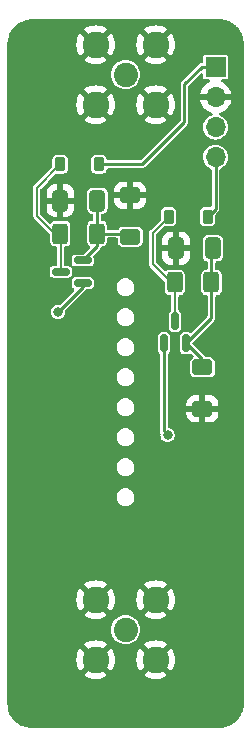
<source format=gbr>
%TF.GenerationSoftware,KiCad,Pcbnew,7.0.5*%
%TF.CreationDate,2023-06-23T15:01:08-05:00*%
%TF.ProjectId,Single.Channel.Amp,53696e67-6c65-42e4-9368-616e6e656c2e,rev?*%
%TF.SameCoordinates,Original*%
%TF.FileFunction,Copper,L4,Bot*%
%TF.FilePolarity,Positive*%
%FSLAX46Y46*%
G04 Gerber Fmt 4.6, Leading zero omitted, Abs format (unit mm)*
G04 Created by KiCad (PCBNEW 7.0.5) date 2023-06-23 15:01:08*
%MOMM*%
%LPD*%
G01*
G04 APERTURE LIST*
G04 Aperture macros list*
%AMRoundRect*
0 Rectangle with rounded corners*
0 $1 Rounding radius*
0 $2 $3 $4 $5 $6 $7 $8 $9 X,Y pos of 4 corners*
0 Add a 4 corners polygon primitive as box body*
4,1,4,$2,$3,$4,$5,$6,$7,$8,$9,$2,$3,0*
0 Add four circle primitives for the rounded corners*
1,1,$1+$1,$2,$3*
1,1,$1+$1,$4,$5*
1,1,$1+$1,$6,$7*
1,1,$1+$1,$8,$9*
0 Add four rect primitives between the rounded corners*
20,1,$1+$1,$2,$3,$4,$5,0*
20,1,$1+$1,$4,$5,$6,$7,0*
20,1,$1+$1,$6,$7,$8,$9,0*
20,1,$1+$1,$8,$9,$2,$3,0*%
G04 Aperture macros list end*
%TA.AperFunction,ComponentPad*%
%ADD10R,1.700000X1.700000*%
%TD*%
%TA.AperFunction,ComponentPad*%
%ADD11O,1.700000X1.700000*%
%TD*%
%TA.AperFunction,ComponentPad*%
%ADD12C,2.050000*%
%TD*%
%TA.AperFunction,ComponentPad*%
%ADD13C,2.250000*%
%TD*%
%TA.AperFunction,SMDPad,CuDef*%
%ADD14RoundRect,0.150000X0.150000X-0.587500X0.150000X0.587500X-0.150000X0.587500X-0.150000X-0.587500X0*%
%TD*%
%TA.AperFunction,SMDPad,CuDef*%
%ADD15RoundRect,0.225000X-0.225000X-0.375000X0.225000X-0.375000X0.225000X0.375000X-0.225000X0.375000X0*%
%TD*%
%TA.AperFunction,SMDPad,CuDef*%
%ADD16RoundRect,0.250000X0.600000X-0.400000X0.600000X0.400000X-0.600000X0.400000X-0.600000X-0.400000X0*%
%TD*%
%TA.AperFunction,SMDPad,CuDef*%
%ADD17RoundRect,0.150000X0.587500X0.150000X-0.587500X0.150000X-0.587500X-0.150000X0.587500X-0.150000X0*%
%TD*%
%TA.AperFunction,SMDPad,CuDef*%
%ADD18RoundRect,0.250000X-0.400000X-0.625000X0.400000X-0.625000X0.400000X0.625000X-0.400000X0.625000X0*%
%TD*%
%TA.AperFunction,SMDPad,CuDef*%
%ADD19RoundRect,0.225000X0.225000X0.375000X-0.225000X0.375000X-0.225000X-0.375000X0.225000X-0.375000X0*%
%TD*%
%TA.AperFunction,SMDPad,CuDef*%
%ADD20RoundRect,0.250000X0.412500X0.650000X-0.412500X0.650000X-0.412500X-0.650000X0.412500X-0.650000X0*%
%TD*%
%TA.AperFunction,ViaPad*%
%ADD21C,0.800000*%
%TD*%
%TA.AperFunction,Conductor*%
%ADD22C,0.250000*%
%TD*%
%TA.AperFunction,Conductor*%
%ADD23C,0.200000*%
%TD*%
G04 APERTURE END LIST*
D10*
%TO.P,J3,1,Pin_1*%
%TO.N,Net-(D1-A)*%
X72620000Y-19370000D03*
D11*
%TO.P,J3,2,Pin_2*%
%TO.N,GND*%
X72620000Y-21910000D03*
%TO.P,J3,3,Pin_3*%
%TO.N,GND1*%
X72620000Y-24450000D03*
%TO.P,J3,4,Pin_4*%
%TO.N,Net-(D2-K)*%
X72620000Y-26990000D03*
%TD*%
D12*
%TO.P,J4,1,In*%
%TO.N,Net-(J2-Input)*%
X65000000Y-67000000D03*
D13*
%TO.P,J4,2,Ext*%
%TO.N,GND*%
X62460000Y-64460000D03*
X62460000Y-69540000D03*
X67540000Y-64460000D03*
X67540000Y-69540000D03*
%TD*%
D12*
%TO.P,J5,1,In*%
%TO.N,Net-(J2-Output)*%
X65000000Y-20000000D03*
D13*
%TO.P,J5,2,Ext*%
%TO.N,GND*%
X62460000Y-17460000D03*
X62460000Y-22540000D03*
X67540000Y-17460000D03*
X67540000Y-22540000D03*
%TD*%
D14*
%TO.P,Q2,1,B*%
%TO.N,Net-(D4-A)*%
X70130000Y-42750000D03*
%TO.P,Q2,2,E*%
%TO.N,Net-(Q2-E)*%
X68230000Y-42750000D03*
%TO.P,Q2,3,C*%
%TO.N,-11*%
X69180000Y-40875000D03*
%TD*%
D15*
%TO.P,D1,1,K*%
%TO.N,+11*%
X59450000Y-27595000D03*
%TO.P,D1,2,A*%
%TO.N,Net-(D1-A)*%
X62750000Y-27595000D03*
%TD*%
D16*
%TO.P,D3,1,K*%
%TO.N,Net-(D3-K)*%
X65395000Y-33725000D03*
%TO.P,D3,2,A*%
%TO.N,GND*%
X65395000Y-30225000D03*
%TD*%
D17*
%TO.P,Q1,1,B*%
%TO.N,Net-(D3-K)*%
X61382500Y-35745000D03*
%TO.P,Q1,2,E*%
%TO.N,Net-(Q1-E)*%
X61382500Y-37645000D03*
%TO.P,Q1,3,C*%
%TO.N,+11*%
X59507500Y-36695000D03*
%TD*%
D18*
%TO.P,R2,1*%
%TO.N,-11*%
X69175000Y-37605000D03*
%TO.P,R2,2*%
%TO.N,Net-(D4-A)*%
X72275000Y-37605000D03*
%TD*%
%TO.P,R1,1*%
%TO.N,+11*%
X59480000Y-33470000D03*
%TO.P,R1,2*%
%TO.N,Net-(D3-K)*%
X62580000Y-33470000D03*
%TD*%
D16*
%TO.P,D4,1,K*%
%TO.N,GND*%
X71505000Y-48300000D03*
%TO.P,D4,2,A*%
%TO.N,Net-(D4-A)*%
X71505000Y-44800000D03*
%TD*%
D19*
%TO.P,D2,1,K*%
%TO.N,Net-(D2-K)*%
X71945000Y-32030000D03*
%TO.P,D2,2,A*%
%TO.N,-11*%
X68645000Y-32030000D03*
%TD*%
D20*
%TO.P,C1,1*%
%TO.N,Net-(D3-K)*%
X62610000Y-30675000D03*
%TO.P,C1,2*%
%TO.N,GND*%
X59485000Y-30675000D03*
%TD*%
%TO.P,C2,1*%
%TO.N,Net-(D4-A)*%
X72390000Y-34710000D03*
%TO.P,C2,2*%
%TO.N,GND*%
X69265000Y-34710000D03*
%TD*%
D21*
%TO.N,Net-(Q1-E)*%
X59275000Y-40110000D03*
%TO.N,Net-(Q2-E)*%
X68555000Y-50545000D03*
%TD*%
D22*
%TO.N,Net-(D3-K)*%
X62580000Y-34547500D02*
X61382500Y-35745000D01*
X65320000Y-33720000D02*
X65070000Y-33470000D01*
X62580000Y-33470000D02*
X62580000Y-34547500D01*
X65140000Y-33470000D02*
X65395000Y-33725000D01*
X62580000Y-33470000D02*
X65140000Y-33470000D01*
X62610000Y-30675000D02*
X62610000Y-33440000D01*
X62610000Y-33440000D02*
X62580000Y-33470000D01*
%TO.N,Net-(D4-A)*%
X72275000Y-37605000D02*
X72275000Y-34825000D01*
X70130000Y-42750000D02*
X72275000Y-40605000D01*
X72390000Y-37115000D02*
X71920000Y-37585000D01*
X72275000Y-40605000D02*
X72275000Y-37605000D01*
X71505000Y-44800000D02*
X71505000Y-44125000D01*
X71505000Y-44125000D02*
X70130000Y-42750000D01*
X72275000Y-34825000D02*
X72390000Y-34710000D01*
D23*
%TO.N,+11*%
X59480000Y-33470000D02*
X58990000Y-33470000D01*
X57475000Y-29570000D02*
X59450000Y-27595000D01*
X59507500Y-33497500D02*
X59480000Y-33470000D01*
X57475000Y-31955000D02*
X57475000Y-29570000D01*
X59507500Y-36695000D02*
X59507500Y-33497500D01*
X58990000Y-33470000D02*
X57475000Y-31955000D01*
D22*
%TO.N,Net-(D1-A)*%
X69985000Y-20820000D02*
X71435000Y-19370000D01*
X69985000Y-24015000D02*
X69985000Y-20820000D01*
X62750000Y-27595000D02*
X66405000Y-27595000D01*
X66405000Y-27595000D02*
X69985000Y-24015000D01*
X71435000Y-19370000D02*
X72620000Y-19370000D01*
%TO.N,Net-(D2-K)*%
X72620000Y-26990000D02*
X72620000Y-31355000D01*
X72620000Y-31355000D02*
X71945000Y-32030000D01*
D23*
%TO.N,-11*%
X67285000Y-36050000D02*
X68840000Y-37605000D01*
X69180000Y-37610000D02*
X69175000Y-37605000D01*
X68840000Y-37605000D02*
X69175000Y-37605000D01*
X68645000Y-32030000D02*
X67285000Y-33390000D01*
X69180000Y-40875000D02*
X69180000Y-37610000D01*
X67285000Y-33390000D02*
X67285000Y-36050000D01*
D22*
%TO.N,Net-(Q1-E)*%
X61382500Y-38002500D02*
X61382500Y-37645000D01*
X59275000Y-40110000D02*
X61382500Y-38002500D01*
%TO.N,Net-(Q2-E)*%
X68230000Y-50220000D02*
X68230000Y-42750000D01*
X68555000Y-50545000D02*
X68230000Y-50220000D01*
%TD*%
%TA.AperFunction,Conductor*%
%TO.N,GND*%
G36*
X73002019Y-15310633D02*
G01*
X73040149Y-15313131D01*
X73083793Y-15315992D01*
X73265459Y-15328985D01*
X73273102Y-15330015D01*
X73367572Y-15348806D01*
X73372190Y-15349912D01*
X73543719Y-15398061D01*
X73697413Y-15441204D01*
X73702315Y-15442802D01*
X73791762Y-15476164D01*
X73797481Y-15478634D01*
X73862544Y-15510719D01*
X73868651Y-15514176D01*
X74033108Y-15620000D01*
X74054728Y-15633912D01*
X74272782Y-15774225D01*
X74287440Y-15785274D01*
X74307332Y-15802718D01*
X74359510Y-15848476D01*
X74362463Y-15851243D01*
X74458770Y-15947550D01*
X74461531Y-15950498D01*
X74475243Y-15966135D01*
X74477144Y-15968410D01*
X74638444Y-16171187D01*
X74641459Y-16175318D01*
X74655410Y-16196197D01*
X74704958Y-16270351D01*
X74707824Y-16275085D01*
X74773806Y-16395921D01*
X74774996Y-16398213D01*
X74831352Y-16512492D01*
X74833839Y-16518251D01*
X74882881Y-16649737D01*
X74883500Y-16651475D01*
X74923597Y-16769597D01*
X74925472Y-16776353D01*
X74956848Y-16920589D01*
X74979980Y-17036880D01*
X74981015Y-17044560D01*
X74994021Y-17226413D01*
X74999367Y-17307966D01*
X74999500Y-17312023D01*
X74999500Y-73307976D01*
X74999367Y-73312033D01*
X74994022Y-73393558D01*
X74986015Y-73505514D01*
X74985608Y-73509442D01*
X74966386Y-73650854D01*
X74965760Y-73654599D01*
X74956842Y-73699440D01*
X74925471Y-73843647D01*
X74923596Y-73850403D01*
X74883496Y-73968531D01*
X74882879Y-73970265D01*
X74872626Y-73997758D01*
X74871277Y-74001080D01*
X74771176Y-74228425D01*
X74768848Y-74233157D01*
X74707824Y-74344914D01*
X74704958Y-74349648D01*
X74633467Y-74456641D01*
X74631549Y-74459351D01*
X74549744Y-74568631D01*
X74546723Y-74572357D01*
X74461529Y-74669502D01*
X74458755Y-74672464D01*
X74362464Y-74768755D01*
X74359502Y-74771529D01*
X74262357Y-74856723D01*
X74258631Y-74859744D01*
X74149351Y-74941549D01*
X74146641Y-74943467D01*
X74039649Y-75014957D01*
X74034914Y-75017823D01*
X73914075Y-75083806D01*
X73911790Y-75084993D01*
X73904596Y-75088541D01*
X73902019Y-75089740D01*
X73702563Y-75177002D01*
X73699377Y-75178292D01*
X73660275Y-75192876D01*
X73658538Y-75193494D01*
X73540402Y-75233596D01*
X73533647Y-75235471D01*
X73462130Y-75251029D01*
X73455117Y-75252554D01*
X73451369Y-75253250D01*
X73156664Y-75298589D01*
X73151657Y-75299152D01*
X73083568Y-75304022D01*
X73077972Y-75304389D01*
X73070672Y-75304867D01*
X73066636Y-75305000D01*
X56947817Y-75305000D01*
X56942201Y-75304745D01*
X56685599Y-75281417D01*
X56679129Y-75280482D01*
X56638251Y-75272351D01*
X56610617Y-75266854D01*
X56466352Y-75235471D01*
X56459597Y-75233596D01*
X56341465Y-75193496D01*
X56339728Y-75192877D01*
X56210480Y-75144670D01*
X56205300Y-75142466D01*
X56184183Y-75132323D01*
X56088201Y-75084990D01*
X56085909Y-75083800D01*
X56035990Y-75056542D01*
X55965081Y-75017823D01*
X55960357Y-75014962D01*
X55853348Y-74943461D01*
X55850639Y-74941543D01*
X55810592Y-74911564D01*
X55741353Y-74859732D01*
X55737648Y-74856729D01*
X55640680Y-74771690D01*
X55636671Y-74767843D01*
X55487338Y-74611116D01*
X55485610Y-74609226D01*
X55453281Y-74572362D01*
X55450260Y-74568637D01*
X55368449Y-74459351D01*
X55366531Y-74456640D01*
X55295037Y-74349641D01*
X55292170Y-74344907D01*
X55226173Y-74224042D01*
X55225024Y-74221830D01*
X55168635Y-74107483D01*
X55166160Y-74101750D01*
X55117093Y-73970198D01*
X55116540Y-73968646D01*
X55076394Y-73850378D01*
X55074529Y-73843659D01*
X55067509Y-73811387D01*
X55067137Y-73809545D01*
X55016592Y-73536600D01*
X55015715Y-73529742D01*
X55005991Y-73393778D01*
X55000632Y-73312019D01*
X55000499Y-73307993D01*
X55000499Y-69540000D01*
X60829975Y-69540000D01*
X60850042Y-69794989D01*
X60909752Y-70043702D01*
X61007634Y-70280012D01*
X61007636Y-70280015D01*
X61141275Y-70498095D01*
X61141286Y-70498110D01*
X61144533Y-70501911D01*
X61144535Y-70501911D01*
X61708766Y-69937679D01*
X61752316Y-70019822D01*
X61872009Y-70160735D01*
X62019195Y-70272623D01*
X62061402Y-70292150D01*
X61498087Y-70855464D01*
X61498087Y-70855465D01*
X61501888Y-70858712D01*
X61501898Y-70858719D01*
X61719984Y-70992363D01*
X61719987Y-70992365D01*
X61956297Y-71090247D01*
X62205011Y-71149957D01*
X62205010Y-71149957D01*
X62460000Y-71170024D01*
X62714989Y-71149957D01*
X62963702Y-71090247D01*
X63200012Y-70992365D01*
X63200015Y-70992363D01*
X63418103Y-70858719D01*
X63421912Y-70855464D01*
X62858609Y-70292161D01*
X62977431Y-70220669D01*
X63111658Y-70093523D01*
X63214861Y-69941309D01*
X63775464Y-70501912D01*
X63778719Y-70498103D01*
X63912363Y-70280015D01*
X63912365Y-70280012D01*
X64010247Y-70043702D01*
X64069957Y-69794989D01*
X64090024Y-69540000D01*
X65909975Y-69540000D01*
X65930042Y-69794989D01*
X65989752Y-70043702D01*
X66087634Y-70280012D01*
X66087636Y-70280015D01*
X66221275Y-70498095D01*
X66221286Y-70498110D01*
X66224533Y-70501911D01*
X66224535Y-70501911D01*
X66788766Y-69937679D01*
X66832316Y-70019822D01*
X66952009Y-70160735D01*
X67099195Y-70272623D01*
X67141402Y-70292150D01*
X66578087Y-70855464D01*
X66578087Y-70855465D01*
X66581888Y-70858712D01*
X66581898Y-70858719D01*
X66799984Y-70992363D01*
X66799987Y-70992365D01*
X67036297Y-71090247D01*
X67285011Y-71149957D01*
X67285010Y-71149957D01*
X67540000Y-71170024D01*
X67794989Y-71149957D01*
X68043702Y-71090247D01*
X68280012Y-70992365D01*
X68280015Y-70992363D01*
X68498103Y-70858719D01*
X68501912Y-70855464D01*
X67938609Y-70292161D01*
X68057431Y-70220669D01*
X68191658Y-70093523D01*
X68294861Y-69941309D01*
X68855464Y-70501912D01*
X68858719Y-70498103D01*
X68992363Y-70280015D01*
X68992365Y-70280012D01*
X69090247Y-70043702D01*
X69149957Y-69794989D01*
X69170024Y-69540000D01*
X69149957Y-69285010D01*
X69090247Y-69036297D01*
X68992365Y-68799987D01*
X68992363Y-68799984D01*
X68858719Y-68581898D01*
X68858712Y-68581888D01*
X68855465Y-68578087D01*
X68855464Y-68578087D01*
X68291232Y-69142319D01*
X68247684Y-69060178D01*
X68127991Y-68919265D01*
X67980805Y-68807377D01*
X67938597Y-68787849D01*
X68501911Y-68224535D01*
X68501911Y-68224533D01*
X68498110Y-68221286D01*
X68498095Y-68221275D01*
X68280015Y-68087636D01*
X68280012Y-68087634D01*
X68043702Y-67989752D01*
X67794988Y-67930042D01*
X67794989Y-67930042D01*
X67540000Y-67909975D01*
X67285010Y-67930042D01*
X67036297Y-67989752D01*
X66799987Y-68087634D01*
X66799984Y-68087636D01*
X66581897Y-68221280D01*
X66578087Y-68224534D01*
X67141390Y-68787837D01*
X67022569Y-68859331D01*
X66888342Y-68986477D01*
X66785138Y-69138691D01*
X66224534Y-68578087D01*
X66221280Y-68581897D01*
X66087636Y-68799984D01*
X66087634Y-68799987D01*
X65989752Y-69036297D01*
X65930042Y-69285010D01*
X65909975Y-69540000D01*
X64090024Y-69540000D01*
X64069957Y-69285010D01*
X64010247Y-69036297D01*
X63912365Y-68799987D01*
X63912363Y-68799984D01*
X63778719Y-68581898D01*
X63778712Y-68581888D01*
X63775465Y-68578087D01*
X63775464Y-68578087D01*
X63211232Y-69142319D01*
X63167684Y-69060178D01*
X63047991Y-68919265D01*
X62900805Y-68807377D01*
X62858596Y-68787849D01*
X63421911Y-68224535D01*
X63421911Y-68224533D01*
X63418110Y-68221286D01*
X63418095Y-68221275D01*
X63200015Y-68087636D01*
X63200012Y-68087634D01*
X62963702Y-67989752D01*
X62714988Y-67930042D01*
X62714989Y-67930042D01*
X62460000Y-67909975D01*
X62205010Y-67930042D01*
X61956297Y-67989752D01*
X61719987Y-68087634D01*
X61719984Y-68087636D01*
X61501897Y-68221280D01*
X61498087Y-68224534D01*
X62061390Y-68787838D01*
X61942569Y-68859331D01*
X61808342Y-68986477D01*
X61705138Y-69138691D01*
X61144533Y-68578087D01*
X61141280Y-68581897D01*
X61007636Y-68799984D01*
X61007634Y-68799987D01*
X60909752Y-69036297D01*
X60850042Y-69285010D01*
X60829975Y-69540000D01*
X55000499Y-69540000D01*
X55000499Y-67000001D01*
X63769819Y-67000001D01*
X63788507Y-67213613D01*
X63788509Y-67213624D01*
X63844005Y-67420739D01*
X63844007Y-67420743D01*
X63844008Y-67420747D01*
X63889320Y-67517918D01*
X63934631Y-67615090D01*
X63934632Y-67615091D01*
X64057627Y-67790745D01*
X64209255Y-67942373D01*
X64384909Y-68065368D01*
X64579253Y-68155992D01*
X64786381Y-68211492D01*
X64935442Y-68224533D01*
X64999998Y-68230181D01*
X65000000Y-68230181D01*
X65000002Y-68230181D01*
X65053404Y-68225508D01*
X65213619Y-68211492D01*
X65420747Y-68155992D01*
X65615091Y-68065368D01*
X65790745Y-67942373D01*
X65942373Y-67790745D01*
X66065368Y-67615091D01*
X66155992Y-67420747D01*
X66211492Y-67213619D01*
X66230181Y-67000000D01*
X66211492Y-66786381D01*
X66155992Y-66579253D01*
X66065368Y-66384910D01*
X65942373Y-66209255D01*
X65790745Y-66057627D01*
X65615091Y-65934632D01*
X65615092Y-65934632D01*
X65615090Y-65934631D01*
X65517918Y-65889320D01*
X65420747Y-65844008D01*
X65420743Y-65844007D01*
X65420739Y-65844005D01*
X65213624Y-65788509D01*
X65213620Y-65788508D01*
X65213619Y-65788508D01*
X65213618Y-65788507D01*
X65213613Y-65788507D01*
X65000002Y-65769819D01*
X64999998Y-65769819D01*
X64786386Y-65788507D01*
X64786375Y-65788509D01*
X64579260Y-65844005D01*
X64579251Y-65844009D01*
X64384910Y-65934631D01*
X64384908Y-65934632D01*
X64209259Y-66057623D01*
X64209253Y-66057628D01*
X64057628Y-66209253D01*
X64057623Y-66209259D01*
X63934632Y-66384908D01*
X63934631Y-66384910D01*
X63844009Y-66579251D01*
X63844005Y-66579260D01*
X63788509Y-66786375D01*
X63788507Y-66786386D01*
X63769819Y-66999998D01*
X63769819Y-67000001D01*
X55000499Y-67000001D01*
X55000499Y-64460000D01*
X60829975Y-64460000D01*
X60850042Y-64714989D01*
X60909752Y-64963702D01*
X61007634Y-65200012D01*
X61007636Y-65200015D01*
X61141275Y-65418095D01*
X61141286Y-65418110D01*
X61144533Y-65421911D01*
X61144535Y-65421911D01*
X61708766Y-64857679D01*
X61752316Y-64939822D01*
X61872009Y-65080735D01*
X62019195Y-65192623D01*
X62061402Y-65212150D01*
X61498087Y-65775464D01*
X61498087Y-65775465D01*
X61501888Y-65778712D01*
X61501898Y-65778719D01*
X61719984Y-65912363D01*
X61719987Y-65912365D01*
X61956297Y-66010247D01*
X62205011Y-66069957D01*
X62205010Y-66069957D01*
X62459999Y-66090024D01*
X62714989Y-66069957D01*
X62963702Y-66010247D01*
X63200012Y-65912365D01*
X63200015Y-65912363D01*
X63418103Y-65778719D01*
X63421912Y-65775464D01*
X62858609Y-65212161D01*
X62977431Y-65140669D01*
X63111658Y-65013523D01*
X63214861Y-64861309D01*
X63775464Y-65421912D01*
X63778719Y-65418103D01*
X63912363Y-65200015D01*
X63912365Y-65200012D01*
X64010247Y-64963702D01*
X64069957Y-64714989D01*
X64090024Y-64460000D01*
X65909975Y-64460000D01*
X65930042Y-64714989D01*
X65989752Y-64963702D01*
X66087634Y-65200012D01*
X66087636Y-65200015D01*
X66221275Y-65418095D01*
X66221286Y-65418110D01*
X66224533Y-65421911D01*
X66224535Y-65421911D01*
X66788766Y-64857679D01*
X66832316Y-64939822D01*
X66952009Y-65080735D01*
X67099195Y-65192623D01*
X67141402Y-65212150D01*
X66578087Y-65775464D01*
X66578087Y-65775465D01*
X66581888Y-65778712D01*
X66581898Y-65778719D01*
X66799984Y-65912363D01*
X66799987Y-65912365D01*
X67036297Y-66010247D01*
X67285011Y-66069957D01*
X67285010Y-66069957D01*
X67539999Y-66090024D01*
X67794989Y-66069957D01*
X68043702Y-66010247D01*
X68280012Y-65912365D01*
X68280015Y-65912363D01*
X68498103Y-65778719D01*
X68501912Y-65775464D01*
X67938609Y-65212161D01*
X68057431Y-65140669D01*
X68191658Y-65013523D01*
X68294861Y-64861308D01*
X68855464Y-65421912D01*
X68858719Y-65418103D01*
X68992363Y-65200015D01*
X68992365Y-65200012D01*
X69090247Y-64963702D01*
X69149957Y-64714989D01*
X69170024Y-64460000D01*
X69149957Y-64205010D01*
X69090247Y-63956297D01*
X68992365Y-63719987D01*
X68992363Y-63719984D01*
X68858719Y-63501898D01*
X68858712Y-63501888D01*
X68855465Y-63498087D01*
X68855464Y-63498087D01*
X68291232Y-64062319D01*
X68247684Y-63980178D01*
X68127991Y-63839265D01*
X67980805Y-63727377D01*
X67938597Y-63707849D01*
X68501911Y-63144535D01*
X68501911Y-63144533D01*
X68498110Y-63141286D01*
X68498095Y-63141275D01*
X68280015Y-63007636D01*
X68280012Y-63007634D01*
X68043702Y-62909752D01*
X67794988Y-62850042D01*
X67794989Y-62850042D01*
X67539999Y-62829975D01*
X67285010Y-62850042D01*
X67036297Y-62909752D01*
X66799987Y-63007634D01*
X66799984Y-63007636D01*
X66581897Y-63141280D01*
X66578087Y-63144534D01*
X67141390Y-63707837D01*
X67022569Y-63779331D01*
X66888342Y-63906477D01*
X66785139Y-64058690D01*
X66224534Y-63498087D01*
X66221280Y-63501897D01*
X66087636Y-63719984D01*
X66087634Y-63719987D01*
X65989752Y-63956297D01*
X65930042Y-64205010D01*
X65909975Y-64460000D01*
X64090024Y-64460000D01*
X64069957Y-64205010D01*
X64010247Y-63956297D01*
X63912365Y-63719987D01*
X63912363Y-63719984D01*
X63778719Y-63501898D01*
X63778712Y-63501888D01*
X63775465Y-63498087D01*
X63775464Y-63498087D01*
X63211232Y-64062318D01*
X63167684Y-63980178D01*
X63047991Y-63839265D01*
X62900805Y-63727377D01*
X62858597Y-63707849D01*
X63421911Y-63144535D01*
X63421911Y-63144533D01*
X63418110Y-63141286D01*
X63418095Y-63141275D01*
X63200015Y-63007636D01*
X63200012Y-63007634D01*
X62963702Y-62909752D01*
X62714988Y-62850042D01*
X62714989Y-62850042D01*
X62459999Y-62829975D01*
X62205010Y-62850042D01*
X61956297Y-62909752D01*
X61719987Y-63007634D01*
X61719984Y-63007636D01*
X61501897Y-63141280D01*
X61498087Y-63144534D01*
X62061390Y-63707837D01*
X61942569Y-63779331D01*
X61808342Y-63906477D01*
X61705138Y-64058691D01*
X61144534Y-63498087D01*
X61141280Y-63501897D01*
X61007636Y-63719984D01*
X61007634Y-63719987D01*
X60909752Y-63956297D01*
X60850042Y-64205010D01*
X60829975Y-64460000D01*
X55000499Y-64460000D01*
X55000499Y-55823933D01*
X64245668Y-55823933D01*
X64261058Y-55911210D01*
X64276135Y-55996711D01*
X64345623Y-56157804D01*
X64345624Y-56157806D01*
X64345626Y-56157809D01*
X64400278Y-56231218D01*
X64450390Y-56298530D01*
X64584786Y-56411302D01*
X64662488Y-56450325D01*
X64741562Y-56490038D01*
X64741563Y-56490038D01*
X64741567Y-56490040D01*
X64912279Y-56530500D01*
X64912282Y-56530500D01*
X65043701Y-56530500D01*
X65043709Y-56530500D01*
X65174255Y-56515241D01*
X65339117Y-56455237D01*
X65485696Y-56358830D01*
X65606092Y-56231218D01*
X65693812Y-56079281D01*
X65744130Y-55911210D01*
X65754331Y-55736065D01*
X65723865Y-55563289D01*
X65654377Y-55402196D01*
X65549610Y-55261470D01*
X65477747Y-55201170D01*
X65415214Y-55148698D01*
X65415212Y-55148697D01*
X65258437Y-55069961D01*
X65258433Y-55069960D01*
X65087721Y-55029500D01*
X64956291Y-55029500D01*
X64851854Y-55041707D01*
X64825743Y-55044759D01*
X64825740Y-55044760D01*
X64660884Y-55104762D01*
X64660880Y-55104764D01*
X64514306Y-55201167D01*
X64514305Y-55201168D01*
X64393910Y-55328778D01*
X64306188Y-55480718D01*
X64255870Y-55648789D01*
X64255869Y-55648794D01*
X64245668Y-55823933D01*
X55000499Y-55823933D01*
X55000499Y-53283933D01*
X64245668Y-53283933D01*
X64261058Y-53371210D01*
X64276135Y-53456711D01*
X64345623Y-53617804D01*
X64345624Y-53617806D01*
X64345626Y-53617809D01*
X64400278Y-53691218D01*
X64450390Y-53758530D01*
X64584786Y-53871302D01*
X64662488Y-53910325D01*
X64741562Y-53950038D01*
X64741563Y-53950038D01*
X64741567Y-53950040D01*
X64912279Y-53990500D01*
X64912282Y-53990500D01*
X65043701Y-53990500D01*
X65043709Y-53990500D01*
X65174255Y-53975241D01*
X65339117Y-53915237D01*
X65485696Y-53818830D01*
X65606092Y-53691218D01*
X65693812Y-53539281D01*
X65744130Y-53371210D01*
X65754331Y-53196065D01*
X65723865Y-53023289D01*
X65654377Y-52862196D01*
X65549610Y-52721470D01*
X65477747Y-52661170D01*
X65415214Y-52608698D01*
X65415212Y-52608697D01*
X65258437Y-52529961D01*
X65258433Y-52529960D01*
X65087721Y-52489500D01*
X64956291Y-52489500D01*
X64851854Y-52501707D01*
X64825743Y-52504759D01*
X64825740Y-52504760D01*
X64660884Y-52564762D01*
X64660880Y-52564764D01*
X64514306Y-52661167D01*
X64514305Y-52661168D01*
X64393910Y-52788778D01*
X64306188Y-52940718D01*
X64255870Y-53108789D01*
X64255869Y-53108794D01*
X64245668Y-53283933D01*
X55000499Y-53283933D01*
X55000499Y-50743933D01*
X64245668Y-50743933D01*
X64263991Y-50847841D01*
X64276135Y-50916711D01*
X64345623Y-51077804D01*
X64345624Y-51077806D01*
X64345626Y-51077809D01*
X64384514Y-51130044D01*
X64450390Y-51218530D01*
X64584786Y-51331302D01*
X64662488Y-51370325D01*
X64741562Y-51410038D01*
X64741563Y-51410038D01*
X64741567Y-51410040D01*
X64912279Y-51450500D01*
X64912282Y-51450500D01*
X65043701Y-51450500D01*
X65043709Y-51450500D01*
X65174255Y-51435241D01*
X65339117Y-51375237D01*
X65485696Y-51278830D01*
X65606092Y-51151218D01*
X65693812Y-50999281D01*
X65744130Y-50831210D01*
X65754331Y-50656065D01*
X65723865Y-50483289D01*
X65654377Y-50322196D01*
X65599741Y-50248808D01*
X65567713Y-50205786D01*
X65549610Y-50181470D01*
X65477747Y-50121170D01*
X65415214Y-50068698D01*
X65415212Y-50068697D01*
X65258437Y-49989961D01*
X65258433Y-49989960D01*
X65087721Y-49949500D01*
X64956291Y-49949500D01*
X64851854Y-49961707D01*
X64825743Y-49964759D01*
X64825740Y-49964760D01*
X64660884Y-50024762D01*
X64660880Y-50024764D01*
X64514306Y-50121167D01*
X64514305Y-50121168D01*
X64393910Y-50248778D01*
X64306188Y-50400718D01*
X64255870Y-50568789D01*
X64255869Y-50568794D01*
X64245668Y-50743933D01*
X55000499Y-50743933D01*
X55000499Y-48203933D01*
X64245668Y-48203933D01*
X64261058Y-48291210D01*
X64276135Y-48376711D01*
X64345623Y-48537804D01*
X64345624Y-48537806D01*
X64345626Y-48537809D01*
X64400278Y-48611218D01*
X64450390Y-48678530D01*
X64584786Y-48791302D01*
X64662488Y-48830325D01*
X64741562Y-48870038D01*
X64741563Y-48870038D01*
X64741567Y-48870040D01*
X64912279Y-48910500D01*
X64912282Y-48910500D01*
X65043701Y-48910500D01*
X65043709Y-48910500D01*
X65174255Y-48895241D01*
X65339117Y-48835237D01*
X65485696Y-48738830D01*
X65606092Y-48611218D01*
X65693812Y-48459281D01*
X65744130Y-48291210D01*
X65754331Y-48116065D01*
X65723865Y-47943289D01*
X65654377Y-47782196D01*
X65628404Y-47747309D01*
X65549609Y-47641469D01*
X65415214Y-47528698D01*
X65415212Y-47528697D01*
X65258437Y-47449961D01*
X65258433Y-47449960D01*
X65087721Y-47409500D01*
X64956291Y-47409500D01*
X64851854Y-47421707D01*
X64825743Y-47424759D01*
X64825740Y-47424760D01*
X64660884Y-47484762D01*
X64660880Y-47484764D01*
X64514306Y-47581167D01*
X64514305Y-47581168D01*
X64393910Y-47708778D01*
X64306188Y-47860718D01*
X64255870Y-48028789D01*
X64255869Y-48028794D01*
X64245668Y-48203933D01*
X55000499Y-48203933D01*
X55000499Y-45663933D01*
X64245668Y-45663933D01*
X64261058Y-45751210D01*
X64276135Y-45836711D01*
X64345623Y-45997804D01*
X64345624Y-45997806D01*
X64345626Y-45997809D01*
X64400278Y-46071218D01*
X64450390Y-46138530D01*
X64584786Y-46251302D01*
X64662488Y-46290325D01*
X64741562Y-46330038D01*
X64741563Y-46330038D01*
X64741567Y-46330040D01*
X64912279Y-46370500D01*
X64912282Y-46370500D01*
X65043701Y-46370500D01*
X65043709Y-46370500D01*
X65174255Y-46355241D01*
X65339117Y-46295237D01*
X65485696Y-46198830D01*
X65606092Y-46071218D01*
X65693812Y-45919281D01*
X65744130Y-45751210D01*
X65754331Y-45576065D01*
X65723865Y-45403289D01*
X65654377Y-45242196D01*
X65549610Y-45101470D01*
X65477747Y-45041170D01*
X65415214Y-44988698D01*
X65415212Y-44988697D01*
X65258437Y-44909961D01*
X65258433Y-44909960D01*
X65087721Y-44869500D01*
X64956291Y-44869500D01*
X64851854Y-44881707D01*
X64825743Y-44884759D01*
X64825740Y-44884760D01*
X64660884Y-44944762D01*
X64660880Y-44944764D01*
X64514306Y-45041167D01*
X64514305Y-45041168D01*
X64393910Y-45168778D01*
X64306188Y-45320718D01*
X64255870Y-45488789D01*
X64255869Y-45488794D01*
X64245668Y-45663933D01*
X55000499Y-45663933D01*
X55000499Y-43123933D01*
X64245668Y-43123933D01*
X64261058Y-43211210D01*
X64276135Y-43296711D01*
X64345623Y-43457804D01*
X64345624Y-43457806D01*
X64345626Y-43457809D01*
X64449067Y-43596753D01*
X64450390Y-43598530D01*
X64584786Y-43711302D01*
X64662488Y-43750325D01*
X64741562Y-43790038D01*
X64741563Y-43790038D01*
X64741567Y-43790040D01*
X64912279Y-43830500D01*
X64912282Y-43830500D01*
X65043701Y-43830500D01*
X65043709Y-43830500D01*
X65174255Y-43815241D01*
X65339117Y-43755237D01*
X65485696Y-43658830D01*
X65606092Y-43531218D01*
X65693812Y-43379281D01*
X65696363Y-43370760D01*
X67729500Y-43370760D01*
X67739426Y-43438891D01*
X67739427Y-43438893D01*
X67790802Y-43543983D01*
X67868182Y-43621363D01*
X67901666Y-43682684D01*
X67904500Y-43709043D01*
X67904500Y-50203078D01*
X67904264Y-50208485D01*
X67900735Y-50248808D01*
X67911212Y-50287910D01*
X67912383Y-50293190D01*
X67919411Y-50333043D01*
X67921235Y-50338055D01*
X67928197Y-50354861D01*
X67930445Y-50359683D01*
X67939210Y-50372201D01*
X67961536Y-50438408D01*
X67960572Y-50459504D01*
X67949318Y-50544996D01*
X67949318Y-50545001D01*
X67969955Y-50701760D01*
X67969956Y-50701762D01*
X68030464Y-50847841D01*
X68126718Y-50973282D01*
X68252159Y-51069536D01*
X68398238Y-51130044D01*
X68476618Y-51140363D01*
X68554999Y-51150682D01*
X68555000Y-51150682D01*
X68555001Y-51150682D01*
X68607254Y-51143802D01*
X68711762Y-51130044D01*
X68857841Y-51069536D01*
X68983282Y-50973282D01*
X69079536Y-50847841D01*
X69140044Y-50701762D01*
X69153802Y-50597254D01*
X69160682Y-50545001D01*
X69160682Y-50544998D01*
X69140044Y-50388239D01*
X69140044Y-50388238D01*
X69079536Y-50242159D01*
X68983282Y-50116718D01*
X68857841Y-50020464D01*
X68711762Y-49959956D01*
X68698399Y-49958196D01*
X68663313Y-49953577D01*
X68599417Y-49925309D01*
X68560946Y-49866984D01*
X68555500Y-49830638D01*
X68555500Y-48550000D01*
X70155001Y-48550000D01*
X70155001Y-48749986D01*
X70165494Y-48852697D01*
X70220641Y-49019119D01*
X70220643Y-49019124D01*
X70312684Y-49168345D01*
X70436654Y-49292315D01*
X70585875Y-49384356D01*
X70585880Y-49384358D01*
X70752302Y-49439505D01*
X70752309Y-49439506D01*
X70855019Y-49449999D01*
X71254999Y-49449999D01*
X71255000Y-49449998D01*
X71255000Y-48550000D01*
X71755000Y-48550000D01*
X71755000Y-49449999D01*
X72154972Y-49449999D01*
X72154986Y-49449998D01*
X72257697Y-49439505D01*
X72424119Y-49384358D01*
X72424124Y-49384356D01*
X72573345Y-49292315D01*
X72697315Y-49168345D01*
X72789356Y-49019124D01*
X72789358Y-49019119D01*
X72844505Y-48852697D01*
X72844506Y-48852690D01*
X72854999Y-48749986D01*
X72855000Y-48749973D01*
X72855000Y-48550000D01*
X71755000Y-48550000D01*
X71255000Y-48550000D01*
X70155001Y-48550000D01*
X68555500Y-48550000D01*
X68555500Y-48050000D01*
X70155000Y-48050000D01*
X71255000Y-48050000D01*
X71255000Y-47150000D01*
X71755000Y-47150000D01*
X71755000Y-48050000D01*
X72854999Y-48050000D01*
X72854999Y-47850028D01*
X72854998Y-47850013D01*
X72844505Y-47747302D01*
X72789358Y-47580880D01*
X72789356Y-47580875D01*
X72697315Y-47431654D01*
X72573345Y-47307684D01*
X72424124Y-47215643D01*
X72424119Y-47215641D01*
X72257697Y-47160494D01*
X72257690Y-47160493D01*
X72154986Y-47150000D01*
X71755000Y-47150000D01*
X71255000Y-47150000D01*
X70855028Y-47150000D01*
X70855012Y-47150001D01*
X70752302Y-47160494D01*
X70585880Y-47215641D01*
X70585875Y-47215643D01*
X70436654Y-47307684D01*
X70312684Y-47431654D01*
X70220643Y-47580875D01*
X70220641Y-47580880D01*
X70165494Y-47747302D01*
X70165493Y-47747309D01*
X70155000Y-47850013D01*
X70155000Y-48050000D01*
X68555500Y-48050000D01*
X68555500Y-43709043D01*
X68575185Y-43642004D01*
X68591814Y-43621366D01*
X68669198Y-43543983D01*
X68720573Y-43438893D01*
X68730500Y-43370760D01*
X69629500Y-43370760D01*
X69639426Y-43438891D01*
X69690803Y-43543985D01*
X69773514Y-43626696D01*
X69773515Y-43626696D01*
X69773517Y-43626698D01*
X69878607Y-43678073D01*
X69910254Y-43682684D01*
X69946739Y-43688000D01*
X69946740Y-43688000D01*
X70313261Y-43688000D01*
X70349746Y-43682684D01*
X70381393Y-43678073D01*
X70447170Y-43645916D01*
X70516041Y-43634157D01*
X70580338Y-43661500D01*
X70589310Y-43669636D01*
X70720361Y-43800687D01*
X70753846Y-43862010D01*
X70748862Y-43931702D01*
X70706990Y-43987635D01*
X70693611Y-43996105D01*
X70582850Y-44077850D01*
X70502207Y-44187117D01*
X70502206Y-44187119D01*
X70457353Y-44315298D01*
X70457353Y-44315300D01*
X70454500Y-44345730D01*
X70454500Y-45254269D01*
X70457353Y-45284699D01*
X70457353Y-45284701D01*
X70502206Y-45412880D01*
X70502207Y-45412882D01*
X70582850Y-45522150D01*
X70692118Y-45602793D01*
X70734845Y-45617744D01*
X70820299Y-45647646D01*
X70850730Y-45650500D01*
X70850734Y-45650500D01*
X72159270Y-45650500D01*
X72189699Y-45647646D01*
X72189701Y-45647646D01*
X72253790Y-45625219D01*
X72317882Y-45602793D01*
X72427150Y-45522150D01*
X72507793Y-45412882D01*
X72540042Y-45320719D01*
X72552646Y-45284701D01*
X72552646Y-45284699D01*
X72555500Y-45254269D01*
X72555500Y-44345730D01*
X72552646Y-44315300D01*
X72552646Y-44315298D01*
X72507793Y-44187119D01*
X72507792Y-44187117D01*
X72427150Y-44077850D01*
X72317882Y-43997207D01*
X72317880Y-43997206D01*
X72189700Y-43952353D01*
X72159270Y-43949500D01*
X72159266Y-43949500D01*
X71847025Y-43949500D01*
X71779986Y-43929815D01*
X71767262Y-43918613D01*
X71766504Y-43919518D01*
X71727182Y-43886523D01*
X71723193Y-43882867D01*
X70678006Y-42837680D01*
X70644521Y-42776357D01*
X70649505Y-42706665D01*
X70678002Y-42662323D01*
X72493204Y-40847120D01*
X72497166Y-40843489D01*
X72528194Y-40817455D01*
X72548438Y-40782390D01*
X72551335Y-40777841D01*
X72574554Y-40744684D01*
X72574554Y-40744681D01*
X72576819Y-40739824D01*
X72583747Y-40723099D01*
X72585584Y-40718050D01*
X72585588Y-40718045D01*
X72592619Y-40678162D01*
X72593777Y-40672940D01*
X72604264Y-40633807D01*
X72600735Y-40593481D01*
X72600500Y-40588078D01*
X72600500Y-38804500D01*
X72620185Y-38737461D01*
X72672989Y-38691706D01*
X72724500Y-38680500D01*
X72729270Y-38680500D01*
X72759699Y-38677646D01*
X72759701Y-38677646D01*
X72823790Y-38655219D01*
X72887882Y-38632793D01*
X72997150Y-38552150D01*
X73077793Y-38442882D01*
X73100566Y-38377801D01*
X73122646Y-38314701D01*
X73122646Y-38314699D01*
X73125500Y-38284269D01*
X73125500Y-36925730D01*
X73122646Y-36895300D01*
X73122646Y-36895298D01*
X73077793Y-36767119D01*
X73077792Y-36767117D01*
X72997150Y-36657850D01*
X72887882Y-36577207D01*
X72887880Y-36577206D01*
X72759700Y-36532353D01*
X72729270Y-36529500D01*
X72729266Y-36529500D01*
X72724500Y-36529500D01*
X72657461Y-36509815D01*
X72611706Y-36457011D01*
X72600500Y-36405500D01*
X72600500Y-35934500D01*
X72620185Y-35867461D01*
X72672989Y-35821706D01*
X72724500Y-35810500D01*
X72856770Y-35810500D01*
X72887199Y-35807646D01*
X72887201Y-35807646D01*
X72951290Y-35785219D01*
X73015382Y-35762793D01*
X73124650Y-35682150D01*
X73205293Y-35572882D01*
X73233032Y-35493608D01*
X73250146Y-35444701D01*
X73250146Y-35444699D01*
X73253000Y-35414269D01*
X73253000Y-34005730D01*
X73250146Y-33975300D01*
X73250146Y-33975298D01*
X73212596Y-33867989D01*
X73205293Y-33847118D01*
X73124650Y-33737850D01*
X73015382Y-33657207D01*
X73015380Y-33657206D01*
X72887200Y-33612353D01*
X72856770Y-33609500D01*
X72856766Y-33609500D01*
X71923234Y-33609500D01*
X71923230Y-33609500D01*
X71892800Y-33612353D01*
X71892798Y-33612353D01*
X71764619Y-33657206D01*
X71764617Y-33657207D01*
X71655350Y-33737850D01*
X71574707Y-33847117D01*
X71574706Y-33847119D01*
X71529853Y-33975298D01*
X71529853Y-33975300D01*
X71527000Y-34005730D01*
X71527000Y-35414269D01*
X71529853Y-35444699D01*
X71529853Y-35444701D01*
X71570808Y-35561740D01*
X71574707Y-35572882D01*
X71655350Y-35682150D01*
X71764618Y-35762793D01*
X71866458Y-35798428D01*
X71923231Y-35839148D01*
X71948978Y-35904101D01*
X71949500Y-35915468D01*
X71949500Y-36405500D01*
X71929815Y-36472539D01*
X71877011Y-36518294D01*
X71825500Y-36529500D01*
X71820730Y-36529500D01*
X71790300Y-36532353D01*
X71790298Y-36532353D01*
X71662119Y-36577206D01*
X71662117Y-36577207D01*
X71552850Y-36657850D01*
X71472207Y-36767117D01*
X71472206Y-36767119D01*
X71427353Y-36895298D01*
X71427353Y-36895300D01*
X71424500Y-36925730D01*
X71424500Y-38284269D01*
X71427353Y-38314699D01*
X71427353Y-38314701D01*
X71472206Y-38442880D01*
X71472207Y-38442882D01*
X71552850Y-38552150D01*
X71662118Y-38632793D01*
X71704845Y-38647744D01*
X71790299Y-38677646D01*
X71820730Y-38680500D01*
X71820734Y-38680500D01*
X71825500Y-38680500D01*
X71892539Y-38700185D01*
X71938294Y-38752989D01*
X71949500Y-38804500D01*
X71949500Y-40418811D01*
X71929815Y-40485850D01*
X71913181Y-40506492D01*
X70589310Y-41830362D01*
X70527987Y-41863847D01*
X70458295Y-41858863D01*
X70447170Y-41854082D01*
X70381393Y-41821926D01*
X70313261Y-41812000D01*
X70313260Y-41812000D01*
X69946740Y-41812000D01*
X69946739Y-41812000D01*
X69878608Y-41821926D01*
X69773514Y-41873303D01*
X69690803Y-41956014D01*
X69639426Y-42061108D01*
X69629500Y-42129239D01*
X69629500Y-43370760D01*
X68730500Y-43370760D01*
X68730500Y-42129240D01*
X68720573Y-42061107D01*
X68669198Y-41956017D01*
X68669196Y-41956015D01*
X68669196Y-41956014D01*
X68586485Y-41873303D01*
X68481391Y-41821926D01*
X68413261Y-41812000D01*
X68413260Y-41812000D01*
X68046740Y-41812000D01*
X68046739Y-41812000D01*
X67978608Y-41821926D01*
X67873514Y-41873303D01*
X67790803Y-41956014D01*
X67739426Y-42061108D01*
X67729500Y-42129239D01*
X67729500Y-43370760D01*
X65696363Y-43370760D01*
X65744130Y-43211210D01*
X65754331Y-43036065D01*
X65723865Y-42863289D01*
X65654377Y-42702196D01*
X65549610Y-42561470D01*
X65477747Y-42501170D01*
X65415214Y-42448698D01*
X65415212Y-42448697D01*
X65258437Y-42369961D01*
X65258433Y-42369960D01*
X65087721Y-42329500D01*
X64956291Y-42329500D01*
X64851854Y-42341707D01*
X64825743Y-42344759D01*
X64825740Y-42344760D01*
X64660884Y-42404762D01*
X64660880Y-42404764D01*
X64514306Y-42501167D01*
X64514305Y-42501168D01*
X64393910Y-42628778D01*
X64306188Y-42780718D01*
X64255870Y-42948789D01*
X64255869Y-42948794D01*
X64245668Y-43123933D01*
X55000499Y-43123933D01*
X55000499Y-40110001D01*
X58669318Y-40110001D01*
X58689955Y-40266760D01*
X58689956Y-40266762D01*
X58748785Y-40408789D01*
X58750464Y-40412841D01*
X58846718Y-40538282D01*
X58972159Y-40634536D01*
X59118238Y-40695044D01*
X59196618Y-40705363D01*
X59274999Y-40715682D01*
X59275000Y-40715682D01*
X59275001Y-40715682D01*
X59327254Y-40708802D01*
X59431762Y-40695044D01*
X59577841Y-40634536D01*
X59643788Y-40583933D01*
X64245668Y-40583933D01*
X64261819Y-40675525D01*
X64276135Y-40756711D01*
X64345623Y-40917804D01*
X64345624Y-40917806D01*
X64345626Y-40917809D01*
X64400278Y-40991218D01*
X64450390Y-41058530D01*
X64584786Y-41171302D01*
X64662488Y-41210325D01*
X64741562Y-41250038D01*
X64741563Y-41250038D01*
X64741567Y-41250040D01*
X64912279Y-41290500D01*
X64912282Y-41290500D01*
X65043701Y-41290500D01*
X65043709Y-41290500D01*
X65174255Y-41275241D01*
X65339117Y-41215237D01*
X65485696Y-41118830D01*
X65606092Y-40991218D01*
X65693812Y-40839281D01*
X65744130Y-40671210D01*
X65754331Y-40496065D01*
X65723865Y-40323289D01*
X65654377Y-40162196D01*
X65615518Y-40110000D01*
X65549609Y-40021469D01*
X65415214Y-39908698D01*
X65415212Y-39908697D01*
X65258437Y-39829961D01*
X65258433Y-39829960D01*
X65087721Y-39789500D01*
X64956291Y-39789500D01*
X64851854Y-39801707D01*
X64825743Y-39804759D01*
X64825740Y-39804760D01*
X64660884Y-39864762D01*
X64660880Y-39864764D01*
X64514306Y-39961167D01*
X64514305Y-39961168D01*
X64393910Y-40088778D01*
X64306188Y-40240718D01*
X64255870Y-40408789D01*
X64255869Y-40408794D01*
X64245668Y-40583933D01*
X59643788Y-40583933D01*
X59703282Y-40538282D01*
X59799536Y-40412841D01*
X59860044Y-40266762D01*
X59880682Y-40110000D01*
X59877888Y-40088782D01*
X59871753Y-40042180D01*
X59882518Y-39973145D01*
X59907008Y-39938316D01*
X61600704Y-38244620D01*
X61604666Y-38240989D01*
X61635694Y-38214955D01*
X61639996Y-38207502D01*
X61690563Y-38159285D01*
X61747385Y-38145500D01*
X62003261Y-38145500D01*
X62025970Y-38142191D01*
X62071393Y-38135573D01*
X62176483Y-38084198D01*
X62216748Y-38043933D01*
X64245668Y-38043933D01*
X64274511Y-38207502D01*
X64276135Y-38216711D01*
X64345623Y-38377804D01*
X64345624Y-38377806D01*
X64345626Y-38377809D01*
X64394070Y-38442880D01*
X64450390Y-38518530D01*
X64584786Y-38631302D01*
X64662488Y-38670325D01*
X64741562Y-38710038D01*
X64741563Y-38710038D01*
X64741567Y-38710040D01*
X64912279Y-38750500D01*
X64912282Y-38750500D01*
X65043701Y-38750500D01*
X65043709Y-38750500D01*
X65174255Y-38735241D01*
X65339117Y-38675237D01*
X65485696Y-38578830D01*
X65606092Y-38451218D01*
X65693812Y-38299281D01*
X65744130Y-38131210D01*
X65754331Y-37956065D01*
X65723865Y-37783289D01*
X65654377Y-37622196D01*
X65549610Y-37481470D01*
X65477747Y-37421170D01*
X65415214Y-37368698D01*
X65415212Y-37368697D01*
X65258437Y-37289961D01*
X65258433Y-37289960D01*
X65087721Y-37249500D01*
X64956291Y-37249500D01*
X64851854Y-37261707D01*
X64825743Y-37264759D01*
X64825740Y-37264760D01*
X64660884Y-37324762D01*
X64660880Y-37324764D01*
X64514306Y-37421167D01*
X64514305Y-37421168D01*
X64393910Y-37548778D01*
X64306188Y-37700718D01*
X64255870Y-37868789D01*
X64255869Y-37868794D01*
X64245668Y-38043933D01*
X62216748Y-38043933D01*
X62259198Y-38001483D01*
X62310573Y-37896393D01*
X62320500Y-37828260D01*
X62320500Y-37461740D01*
X62310573Y-37393607D01*
X62259198Y-37288517D01*
X62259196Y-37288515D01*
X62259196Y-37288514D01*
X62176485Y-37205803D01*
X62071391Y-37154426D01*
X62003261Y-37144500D01*
X62003260Y-37144500D01*
X60761740Y-37144500D01*
X60761739Y-37144500D01*
X60693608Y-37154426D01*
X60588514Y-37205803D01*
X60505803Y-37288514D01*
X60454426Y-37393608D01*
X60444500Y-37461739D01*
X60444500Y-37828260D01*
X60454426Y-37896391D01*
X60505803Y-38001485D01*
X60588514Y-38084196D01*
X60588515Y-38084196D01*
X60588517Y-38084198D01*
X60601717Y-38090651D01*
X60653300Y-38137776D01*
X60671216Y-38205310D01*
X60649777Y-38271809D01*
X60634940Y-38289733D01*
X59446684Y-39477988D01*
X59385361Y-39511473D01*
X59342818Y-39513246D01*
X59275001Y-39504318D01*
X59274999Y-39504318D01*
X59118239Y-39524955D01*
X59118237Y-39524956D01*
X58972160Y-39585463D01*
X58846718Y-39681718D01*
X58750463Y-39807160D01*
X58689956Y-39953237D01*
X58689955Y-39953239D01*
X58669318Y-40109998D01*
X58669318Y-40110001D01*
X55000499Y-40110001D01*
X55000499Y-29555885D01*
X57169621Y-29555885D01*
X57173904Y-29586591D01*
X57174499Y-29595166D01*
X57174499Y-31892163D01*
X57173904Y-31900734D01*
X57172227Y-31912762D01*
X57174434Y-31960509D01*
X57174500Y-31963372D01*
X57174500Y-31982845D01*
X57174993Y-31985482D01*
X57175982Y-31994015D01*
X57177415Y-32024991D01*
X57177416Y-32024997D01*
X57180214Y-32031334D01*
X57188664Y-32058620D01*
X57189937Y-32065429D01*
X57189937Y-32065430D01*
X57206260Y-32091793D01*
X57210263Y-32099386D01*
X57222794Y-32127765D01*
X57222795Y-32127766D01*
X57222796Y-32127768D01*
X57227689Y-32132661D01*
X57245435Y-32155065D01*
X57249077Y-32160948D01*
X57249080Y-32160951D01*
X57273826Y-32179639D01*
X57280311Y-32185282D01*
X58593181Y-33498152D01*
X58626666Y-33559475D01*
X58629500Y-33585833D01*
X58629500Y-34149269D01*
X58632353Y-34179699D01*
X58632353Y-34179701D01*
X58677206Y-34307880D01*
X58677207Y-34307882D01*
X58757850Y-34417150D01*
X58867118Y-34497793D01*
X58909845Y-34512743D01*
X58995299Y-34542646D01*
X59025730Y-34545500D01*
X59025734Y-34545500D01*
X59083000Y-34545500D01*
X59150039Y-34565185D01*
X59195794Y-34617989D01*
X59207000Y-34669500D01*
X59207000Y-36070500D01*
X59187315Y-36137539D01*
X59134511Y-36183294D01*
X59083000Y-36194500D01*
X58886739Y-36194500D01*
X58818608Y-36204426D01*
X58713514Y-36255803D01*
X58630803Y-36338514D01*
X58579426Y-36443608D01*
X58569500Y-36511739D01*
X58569500Y-36878260D01*
X58579426Y-36946391D01*
X58630803Y-37051485D01*
X58713514Y-37134196D01*
X58713515Y-37134196D01*
X58713517Y-37134198D01*
X58818607Y-37185573D01*
X58852673Y-37190536D01*
X58886739Y-37195500D01*
X58886740Y-37195500D01*
X60128261Y-37195500D01*
X60150970Y-37192191D01*
X60196393Y-37185573D01*
X60301483Y-37134198D01*
X60384198Y-37051483D01*
X60435573Y-36946393D01*
X60445500Y-36878260D01*
X60445500Y-36511740D01*
X60435573Y-36443607D01*
X60384198Y-36338517D01*
X60384196Y-36338515D01*
X60384196Y-36338514D01*
X60301485Y-36255803D01*
X60196391Y-36204426D01*
X60128261Y-36194500D01*
X60128260Y-36194500D01*
X59932000Y-36194500D01*
X59864961Y-36174815D01*
X59819206Y-36122011D01*
X59808000Y-36070500D01*
X59808000Y-35928260D01*
X60444500Y-35928260D01*
X60454426Y-35996391D01*
X60505803Y-36101485D01*
X60588514Y-36184196D01*
X60588515Y-36184196D01*
X60588517Y-36184198D01*
X60693607Y-36235573D01*
X60727673Y-36240536D01*
X60761739Y-36245500D01*
X60761740Y-36245500D01*
X62003261Y-36245500D01*
X62025970Y-36242191D01*
X62071393Y-36235573D01*
X62176483Y-36184198D01*
X62259198Y-36101483D01*
X62310573Y-35996393D01*
X62320500Y-35928260D01*
X62320500Y-35561740D01*
X62310573Y-35493607D01*
X62278415Y-35427827D01*
X62266657Y-35358956D01*
X62294001Y-35294659D01*
X62302126Y-35285698D01*
X62798204Y-34789620D01*
X62802166Y-34785989D01*
X62833194Y-34759955D01*
X62853438Y-34724890D01*
X62856335Y-34720341D01*
X62879554Y-34687184D01*
X62879554Y-34687181D01*
X62881819Y-34682324D01*
X62888747Y-34665599D01*
X62890584Y-34660550D01*
X62890588Y-34660545D01*
X62892805Y-34647967D01*
X62923829Y-34585368D01*
X62983775Y-34549475D01*
X63014921Y-34545500D01*
X63034270Y-34545500D01*
X63064699Y-34542646D01*
X63064701Y-34542646D01*
X63128790Y-34520219D01*
X63192882Y-34497793D01*
X63302150Y-34417150D01*
X63382793Y-34307882D01*
X63417149Y-34209699D01*
X63427646Y-34179701D01*
X63427646Y-34179699D01*
X63427687Y-34179266D01*
X63430500Y-34149266D01*
X63430500Y-33919500D01*
X63450185Y-33852461D01*
X63502989Y-33806706D01*
X63554500Y-33795500D01*
X64220500Y-33795500D01*
X64287539Y-33815185D01*
X64333294Y-33867989D01*
X64344500Y-33919500D01*
X64344499Y-34179269D01*
X64347353Y-34209699D01*
X64347353Y-34209701D01*
X64392206Y-34337880D01*
X64392207Y-34337882D01*
X64472850Y-34447150D01*
X64582118Y-34527793D01*
X64624566Y-34542646D01*
X64710299Y-34572646D01*
X64740730Y-34575500D01*
X64740734Y-34575500D01*
X66049270Y-34575500D01*
X66079699Y-34572646D01*
X66079701Y-34572646D01*
X66145918Y-34549475D01*
X66207882Y-34527793D01*
X66317150Y-34447150D01*
X66397793Y-34337882D01*
X66420219Y-34273790D01*
X66442646Y-34209701D01*
X66442646Y-34209699D01*
X66445500Y-34179269D01*
X66445500Y-33375885D01*
X66979621Y-33375885D01*
X66983904Y-33406591D01*
X66984499Y-33415166D01*
X66984499Y-35987163D01*
X66983904Y-35995734D01*
X66982227Y-36007762D01*
X66984434Y-36055509D01*
X66984500Y-36058372D01*
X66984500Y-36077845D01*
X66984993Y-36080482D01*
X66985982Y-36089015D01*
X66987415Y-36119991D01*
X66987416Y-36119997D01*
X66990214Y-36126334D01*
X66998664Y-36153620D01*
X66999937Y-36160429D01*
X66999937Y-36160430D01*
X66999939Y-36160433D01*
X67014093Y-36183294D01*
X67016260Y-36186793D01*
X67020263Y-36194386D01*
X67032794Y-36222765D01*
X67032795Y-36222766D01*
X67032796Y-36222768D01*
X67037689Y-36227661D01*
X67055435Y-36250065D01*
X67059077Y-36255948D01*
X67059080Y-36255951D01*
X67083826Y-36274639D01*
X67090311Y-36280282D01*
X68288181Y-37478152D01*
X68321666Y-37539475D01*
X68324500Y-37565833D01*
X68324500Y-38284269D01*
X68327353Y-38314699D01*
X68327353Y-38314701D01*
X68372206Y-38442880D01*
X68372207Y-38442882D01*
X68452850Y-38552150D01*
X68562118Y-38632793D01*
X68604845Y-38647744D01*
X68690299Y-38677646D01*
X68720730Y-38680500D01*
X68720734Y-38680500D01*
X68755500Y-38680500D01*
X68822539Y-38700185D01*
X68868294Y-38752989D01*
X68879500Y-38804500D01*
X68879500Y-39894502D01*
X68859815Y-39961541D01*
X68827555Y-39995418D01*
X68823516Y-39998301D01*
X68740803Y-40081014D01*
X68689426Y-40186108D01*
X68679500Y-40254239D01*
X68679500Y-41495760D01*
X68689426Y-41563891D01*
X68740803Y-41668985D01*
X68823514Y-41751696D01*
X68823515Y-41751696D01*
X68823517Y-41751698D01*
X68928607Y-41803073D01*
X68962673Y-41808036D01*
X68996739Y-41813000D01*
X68996740Y-41813000D01*
X69363261Y-41813000D01*
X69385970Y-41809691D01*
X69431393Y-41803073D01*
X69536483Y-41751698D01*
X69619198Y-41668983D01*
X69670573Y-41563893D01*
X69680500Y-41495760D01*
X69680500Y-40254240D01*
X69670573Y-40186107D01*
X69619198Y-40081017D01*
X69619196Y-40081015D01*
X69619196Y-40081014D01*
X69536483Y-39998301D01*
X69532445Y-39995418D01*
X69489324Y-39940442D01*
X69480500Y-39894502D01*
X69480500Y-38804500D01*
X69500185Y-38737461D01*
X69552989Y-38691706D01*
X69604500Y-38680500D01*
X69629270Y-38680500D01*
X69659699Y-38677646D01*
X69659701Y-38677646D01*
X69723790Y-38655219D01*
X69787882Y-38632793D01*
X69897150Y-38552150D01*
X69977793Y-38442882D01*
X70000566Y-38377801D01*
X70022646Y-38314701D01*
X70022646Y-38314699D01*
X70025500Y-38284269D01*
X70025500Y-36925730D01*
X70022646Y-36895300D01*
X70022646Y-36895298D01*
X69977793Y-36767119D01*
X69977792Y-36767117D01*
X69897150Y-36657850D01*
X69787882Y-36577207D01*
X69787880Y-36577206D01*
X69659700Y-36532353D01*
X69629270Y-36529500D01*
X69629266Y-36529500D01*
X68720734Y-36529500D01*
X68720730Y-36529500D01*
X68690300Y-36532353D01*
X68690298Y-36532353D01*
X68562119Y-36577206D01*
X68562118Y-36577207D01*
X68461017Y-36651822D01*
X68395388Y-36675792D01*
X68327217Y-36660476D01*
X68299703Y-36639732D01*
X67621819Y-35961847D01*
X67588334Y-35900524D01*
X67585500Y-35874166D01*
X67585500Y-34960000D01*
X68102501Y-34960000D01*
X68102501Y-35409986D01*
X68112994Y-35512697D01*
X68168141Y-35679119D01*
X68168143Y-35679124D01*
X68260184Y-35828345D01*
X68384154Y-35952315D01*
X68533375Y-36044356D01*
X68533380Y-36044358D01*
X68699802Y-36099505D01*
X68699809Y-36099506D01*
X68802519Y-36109999D01*
X69014999Y-36109999D01*
X69015000Y-36109998D01*
X69015000Y-34960000D01*
X69515000Y-34960000D01*
X69515000Y-36109999D01*
X69727472Y-36109999D01*
X69727486Y-36109998D01*
X69830197Y-36099505D01*
X69996619Y-36044358D01*
X69996624Y-36044356D01*
X70145845Y-35952315D01*
X70269815Y-35828345D01*
X70361856Y-35679124D01*
X70361858Y-35679119D01*
X70417005Y-35512697D01*
X70417006Y-35512690D01*
X70427499Y-35409986D01*
X70427500Y-35409973D01*
X70427500Y-34960000D01*
X69515000Y-34960000D01*
X69015000Y-34960000D01*
X68102501Y-34960000D01*
X67585500Y-34960000D01*
X67585500Y-34460000D01*
X68102500Y-34460000D01*
X69015000Y-34460000D01*
X69015000Y-33310000D01*
X69515000Y-33310000D01*
X69515000Y-34460000D01*
X70427499Y-34460000D01*
X70427499Y-34010028D01*
X70427498Y-34010013D01*
X70417005Y-33907302D01*
X70361858Y-33740880D01*
X70361856Y-33740875D01*
X70269815Y-33591654D01*
X70145845Y-33467684D01*
X69996624Y-33375643D01*
X69996619Y-33375641D01*
X69830197Y-33320494D01*
X69830190Y-33320493D01*
X69727486Y-33310000D01*
X69515000Y-33310000D01*
X69015000Y-33310000D01*
X68802529Y-33310000D01*
X68802512Y-33310001D01*
X68699802Y-33320494D01*
X68533380Y-33375641D01*
X68533375Y-33375643D01*
X68384154Y-33467684D01*
X68260184Y-33591654D01*
X68168143Y-33740875D01*
X68168141Y-33740880D01*
X68112994Y-33907302D01*
X68112993Y-33907309D01*
X68102500Y-34010013D01*
X68102500Y-34460000D01*
X67585500Y-34460000D01*
X67585500Y-33565832D01*
X67605185Y-33498793D01*
X67621819Y-33478151D01*
X67918596Y-33181374D01*
X68240798Y-32859171D01*
X68302119Y-32825688D01*
X68347876Y-32824381D01*
X68386508Y-32830500D01*
X68386512Y-32830500D01*
X68903493Y-32830500D01*
X69003121Y-32814720D01*
X69003121Y-32814719D01*
X69003126Y-32814719D01*
X69123220Y-32753528D01*
X69218528Y-32658220D01*
X69279719Y-32538126D01*
X69279720Y-32538121D01*
X69295500Y-32438493D01*
X71294500Y-32438493D01*
X71310279Y-32538121D01*
X71310280Y-32538124D01*
X71310281Y-32538126D01*
X71358173Y-32632119D01*
X71371473Y-32658221D01*
X71371476Y-32658225D01*
X71466774Y-32753523D01*
X71466778Y-32753526D01*
X71466780Y-32753528D01*
X71586874Y-32814719D01*
X71586876Y-32814719D01*
X71586878Y-32814720D01*
X71686507Y-32830500D01*
X71686512Y-32830500D01*
X72203493Y-32830500D01*
X72303121Y-32814720D01*
X72303121Y-32814719D01*
X72303126Y-32814719D01*
X72423220Y-32753528D01*
X72518528Y-32658220D01*
X72579719Y-32538126D01*
X72579720Y-32538121D01*
X72595500Y-32438493D01*
X72595500Y-31891187D01*
X72615185Y-31824148D01*
X72631814Y-31803511D01*
X72838210Y-31597115D01*
X72842172Y-31593484D01*
X72873194Y-31567455D01*
X72893444Y-31532379D01*
X72896328Y-31527852D01*
X72919554Y-31494684D01*
X72919554Y-31494681D01*
X72921819Y-31489824D01*
X72928747Y-31473099D01*
X72930587Y-31468046D01*
X72930588Y-31468045D01*
X72937621Y-31428150D01*
X72938777Y-31422937D01*
X72949263Y-31383807D01*
X72945735Y-31343489D01*
X72945500Y-31338086D01*
X72945500Y-28080583D01*
X72965185Y-28013544D01*
X73017989Y-27967789D01*
X73022049Y-27966021D01*
X73023945Y-27965234D01*
X73023954Y-27965232D01*
X73206450Y-27867685D01*
X73366410Y-27736410D01*
X73497685Y-27576450D01*
X73595232Y-27393954D01*
X73655300Y-27195934D01*
X73675583Y-26990000D01*
X73655300Y-26784066D01*
X73595232Y-26586046D01*
X73497685Y-26403550D01*
X73445702Y-26340209D01*
X73366410Y-26243589D01*
X73206452Y-26112317D01*
X73206453Y-26112317D01*
X73206450Y-26112315D01*
X73023954Y-26014768D01*
X72825934Y-25954700D01*
X72825932Y-25954699D01*
X72825934Y-25954699D01*
X72620000Y-25934417D01*
X72414067Y-25954699D01*
X72216043Y-26014769D01*
X72105898Y-26073643D01*
X72033550Y-26112315D01*
X72033548Y-26112316D01*
X72033547Y-26112317D01*
X71873589Y-26243589D01*
X71742317Y-26403547D01*
X71644769Y-26586043D01*
X71584699Y-26784067D01*
X71564417Y-26990000D01*
X71584699Y-27195932D01*
X71601044Y-27249815D01*
X71644768Y-27393954D01*
X71742315Y-27576450D01*
X71742317Y-27576452D01*
X71873589Y-27736410D01*
X71967148Y-27813191D01*
X72033550Y-27867685D01*
X72216046Y-27965232D01*
X72216051Y-27965233D01*
X72217951Y-27966021D01*
X72218796Y-27966701D01*
X72221419Y-27968104D01*
X72221153Y-27968601D01*
X72272355Y-28009862D01*
X72294421Y-28076156D01*
X72294500Y-28080583D01*
X72294500Y-31105500D01*
X72274815Y-31172539D01*
X72222011Y-31218294D01*
X72170500Y-31229500D01*
X71686507Y-31229500D01*
X71586878Y-31245279D01*
X71466778Y-31306473D01*
X71466774Y-31306476D01*
X71371476Y-31401774D01*
X71371473Y-31401778D01*
X71310279Y-31521878D01*
X71294500Y-31621506D01*
X71294500Y-32438493D01*
X69295500Y-32438493D01*
X69295500Y-31621506D01*
X69279720Y-31521878D01*
X69279719Y-31521876D01*
X69279719Y-31521874D01*
X69218528Y-31401780D01*
X69218526Y-31401778D01*
X69218523Y-31401774D01*
X69123225Y-31306476D01*
X69123221Y-31306473D01*
X69123220Y-31306472D01*
X69003126Y-31245281D01*
X69003124Y-31245280D01*
X69003121Y-31245279D01*
X68903493Y-31229500D01*
X68903488Y-31229500D01*
X68386512Y-31229500D01*
X68386507Y-31229500D01*
X68286878Y-31245279D01*
X68166778Y-31306473D01*
X68166774Y-31306476D01*
X68071476Y-31401774D01*
X68071473Y-31401778D01*
X68010279Y-31521878D01*
X67994500Y-31621506D01*
X67994500Y-32204165D01*
X67974815Y-32271204D01*
X67958181Y-32291846D01*
X67116948Y-33133080D01*
X67110464Y-33138722D01*
X67100768Y-33146044D01*
X67068559Y-33181374D01*
X67066585Y-33183442D01*
X67052827Y-33197200D01*
X67052822Y-33197206D01*
X67051306Y-33199420D01*
X67045976Y-33206148D01*
X67025083Y-33229066D01*
X67025083Y-33229067D01*
X67022578Y-33235533D01*
X67009259Y-33260802D01*
X67005345Y-33266515D01*
X67005343Y-33266521D01*
X66998244Y-33296699D01*
X66995702Y-33304907D01*
X66984500Y-33333826D01*
X66984500Y-33340751D01*
X66981206Y-33369141D01*
X66979621Y-33375877D01*
X66979621Y-33375885D01*
X66445500Y-33375885D01*
X66445500Y-33270730D01*
X66442646Y-33240300D01*
X66442646Y-33240298D01*
X66397793Y-33112119D01*
X66397792Y-33112117D01*
X66384520Y-33094134D01*
X66317150Y-33002850D01*
X66207882Y-32922207D01*
X66207880Y-32922206D01*
X66079700Y-32877353D01*
X66049270Y-32874500D01*
X66049266Y-32874500D01*
X64740734Y-32874500D01*
X64740730Y-32874500D01*
X64710300Y-32877353D01*
X64710298Y-32877353D01*
X64582119Y-32922206D01*
X64582117Y-32922207D01*
X64472850Y-33002850D01*
X64405480Y-33094134D01*
X64349833Y-33136384D01*
X64305710Y-33144500D01*
X63554500Y-33144500D01*
X63487461Y-33124815D01*
X63441706Y-33072011D01*
X63430500Y-33020500D01*
X63430500Y-32922206D01*
X63430500Y-32790734D01*
X63427646Y-32760301D01*
X63427646Y-32760300D01*
X63427646Y-32760298D01*
X63382793Y-32632119D01*
X63382792Y-32632117D01*
X63370925Y-32616038D01*
X63302150Y-32522850D01*
X63192882Y-32442207D01*
X63192880Y-32442206D01*
X63064700Y-32397353D01*
X63047921Y-32395780D01*
X62983013Y-32369922D01*
X62942388Y-32313076D01*
X62935500Y-32272322D01*
X62935500Y-31899500D01*
X62955185Y-31832461D01*
X63007989Y-31786706D01*
X63059500Y-31775500D01*
X63076770Y-31775500D01*
X63107199Y-31772646D01*
X63107201Y-31772646D01*
X63171290Y-31750219D01*
X63235382Y-31727793D01*
X63344650Y-31647150D01*
X63425293Y-31537882D01*
X63449730Y-31468045D01*
X63470146Y-31409701D01*
X63470146Y-31409699D01*
X63473000Y-31379269D01*
X63473000Y-30475000D01*
X64045001Y-30475000D01*
X64045001Y-30674986D01*
X64055494Y-30777697D01*
X64110641Y-30944119D01*
X64110643Y-30944124D01*
X64202684Y-31093345D01*
X64326654Y-31217315D01*
X64475875Y-31309356D01*
X64475880Y-31309358D01*
X64642302Y-31364505D01*
X64642309Y-31364506D01*
X64745019Y-31374999D01*
X65144999Y-31374999D01*
X65145000Y-31374998D01*
X65644999Y-31374998D01*
X65645000Y-31374999D01*
X66044972Y-31374999D01*
X66044986Y-31374998D01*
X66147697Y-31364505D01*
X66314119Y-31309358D01*
X66314124Y-31309356D01*
X66463345Y-31217315D01*
X66587315Y-31093345D01*
X66679356Y-30944124D01*
X66679358Y-30944119D01*
X66734505Y-30777697D01*
X66734506Y-30777690D01*
X66744999Y-30674986D01*
X66745000Y-30674973D01*
X66745000Y-30475000D01*
X65645000Y-30475000D01*
X65644999Y-31374998D01*
X65145000Y-31374998D01*
X65145000Y-30475000D01*
X64045001Y-30475000D01*
X63473000Y-30475000D01*
X63473000Y-29975000D01*
X64045000Y-29975000D01*
X65144999Y-29975000D01*
X65144999Y-29075000D01*
X65645000Y-29075000D01*
X65645000Y-29975000D01*
X66744999Y-29975000D01*
X66744999Y-29775028D01*
X66744998Y-29775013D01*
X66734505Y-29672302D01*
X66679358Y-29505880D01*
X66679356Y-29505875D01*
X66587315Y-29356654D01*
X66463345Y-29232684D01*
X66314124Y-29140643D01*
X66314119Y-29140641D01*
X66147697Y-29085494D01*
X66147690Y-29085493D01*
X66044986Y-29075000D01*
X65645000Y-29075000D01*
X65144999Y-29075000D01*
X64745028Y-29075000D01*
X64745012Y-29075001D01*
X64642302Y-29085494D01*
X64475880Y-29140641D01*
X64475875Y-29140643D01*
X64326654Y-29232684D01*
X64202684Y-29356654D01*
X64110643Y-29505875D01*
X64110641Y-29505880D01*
X64055494Y-29672302D01*
X64055493Y-29672309D01*
X64045000Y-29775013D01*
X64045000Y-29975000D01*
X63473000Y-29975000D01*
X63473000Y-29970730D01*
X63470146Y-29940300D01*
X63470146Y-29940298D01*
X63425293Y-29812119D01*
X63425292Y-29812117D01*
X63397908Y-29775013D01*
X63344650Y-29702850D01*
X63235382Y-29622207D01*
X63235380Y-29622206D01*
X63107200Y-29577353D01*
X63076770Y-29574500D01*
X63076766Y-29574500D01*
X62143234Y-29574500D01*
X62143230Y-29574500D01*
X62112800Y-29577353D01*
X62112798Y-29577353D01*
X61984619Y-29622206D01*
X61984617Y-29622207D01*
X61875350Y-29702850D01*
X61794707Y-29812117D01*
X61794706Y-29812119D01*
X61749853Y-29940298D01*
X61749853Y-29940300D01*
X61747000Y-29970730D01*
X61747000Y-31379269D01*
X61749853Y-31409699D01*
X61749853Y-31409701D01*
X61794706Y-31537880D01*
X61794707Y-31537882D01*
X61875350Y-31647150D01*
X61984618Y-31727793D01*
X62027345Y-31742744D01*
X62112799Y-31772646D01*
X62143230Y-31775500D01*
X62143234Y-31775500D01*
X62160500Y-31775500D01*
X62227539Y-31795185D01*
X62273294Y-31847989D01*
X62284500Y-31899500D01*
X62284500Y-32270500D01*
X62264815Y-32337539D01*
X62212011Y-32383294D01*
X62160500Y-32394500D01*
X62125730Y-32394500D01*
X62095300Y-32397353D01*
X62095298Y-32397353D01*
X61967119Y-32442206D01*
X61967117Y-32442207D01*
X61857850Y-32522850D01*
X61777207Y-32632117D01*
X61777206Y-32632119D01*
X61732353Y-32760298D01*
X61732353Y-32760300D01*
X61729500Y-32790730D01*
X61729500Y-34149269D01*
X61732353Y-34179699D01*
X61732353Y-34179701D01*
X61777206Y-34307880D01*
X61777207Y-34307882D01*
X61857850Y-34417150D01*
X61967002Y-34497707D01*
X61967557Y-34498117D01*
X62009807Y-34553764D01*
X62015266Y-34623421D01*
X61982198Y-34684970D01*
X61981604Y-34685568D01*
X61458993Y-35208181D01*
X61397670Y-35241666D01*
X61371312Y-35244500D01*
X60761739Y-35244500D01*
X60693608Y-35254426D01*
X60588514Y-35305803D01*
X60505803Y-35388514D01*
X60454426Y-35493608D01*
X60444500Y-35561739D01*
X60444500Y-35928260D01*
X59808000Y-35928260D01*
X59808000Y-34669500D01*
X59827685Y-34602461D01*
X59880489Y-34556706D01*
X59931370Y-34545637D01*
X59931370Y-34545636D01*
X59931376Y-34545635D01*
X59932000Y-34545500D01*
X59934270Y-34545500D01*
X59964699Y-34542646D01*
X59964701Y-34542646D01*
X60028790Y-34520219D01*
X60092882Y-34497793D01*
X60202150Y-34417150D01*
X60282793Y-34307882D01*
X60317149Y-34209699D01*
X60327646Y-34179701D01*
X60327646Y-34179699D01*
X60330500Y-34149269D01*
X60330500Y-32790730D01*
X60327646Y-32760300D01*
X60327646Y-32760298D01*
X60282793Y-32632119D01*
X60282792Y-32632117D01*
X60270925Y-32616038D01*
X60202150Y-32522850D01*
X60092882Y-32442207D01*
X60092880Y-32442206D01*
X59964700Y-32397353D01*
X59934270Y-32394500D01*
X59934266Y-32394500D01*
X59025734Y-32394500D01*
X59025730Y-32394500D01*
X58995300Y-32397353D01*
X58995298Y-32397353D01*
X58867119Y-32442206D01*
X58867117Y-32442207D01*
X58757849Y-32522850D01*
X58720255Y-32573788D01*
X58664607Y-32616038D01*
X58594951Y-32621495D01*
X58533402Y-32588427D01*
X58532805Y-32587834D01*
X57811819Y-31866848D01*
X57778334Y-31805525D01*
X57775500Y-31779167D01*
X57775500Y-30925000D01*
X58322501Y-30925000D01*
X58322501Y-31374986D01*
X58332994Y-31477697D01*
X58388141Y-31644119D01*
X58388143Y-31644124D01*
X58480184Y-31793345D01*
X58604154Y-31917315D01*
X58753375Y-32009356D01*
X58753380Y-32009358D01*
X58919802Y-32064505D01*
X58919809Y-32064506D01*
X59022519Y-32074999D01*
X59234999Y-32074999D01*
X59235000Y-32074998D01*
X59734999Y-32074998D01*
X59735000Y-32074999D01*
X59947472Y-32074999D01*
X59947486Y-32074998D01*
X60050197Y-32064505D01*
X60216619Y-32009358D01*
X60216624Y-32009356D01*
X60365845Y-31917315D01*
X60489815Y-31793345D01*
X60581856Y-31644124D01*
X60581858Y-31644119D01*
X60637005Y-31477697D01*
X60637006Y-31477690D01*
X60647499Y-31374986D01*
X60647500Y-31374973D01*
X60647500Y-30925000D01*
X59735000Y-30925000D01*
X59734999Y-32074998D01*
X59235000Y-32074998D01*
X59235000Y-30925000D01*
X58322501Y-30925000D01*
X57775500Y-30925000D01*
X57775500Y-30425000D01*
X58322500Y-30425000D01*
X59234999Y-30425000D01*
X59234999Y-29275000D01*
X59735000Y-29275000D01*
X59735000Y-30425000D01*
X60647499Y-30425000D01*
X60647499Y-29975028D01*
X60647498Y-29975013D01*
X60637005Y-29872302D01*
X60581858Y-29705880D01*
X60581856Y-29705875D01*
X60489815Y-29556654D01*
X60365845Y-29432684D01*
X60216624Y-29340643D01*
X60216619Y-29340641D01*
X60050197Y-29285494D01*
X60050190Y-29285493D01*
X59947486Y-29275000D01*
X59735000Y-29275000D01*
X59234999Y-29275000D01*
X59022529Y-29275000D01*
X59022512Y-29275001D01*
X58919802Y-29285494D01*
X58753380Y-29340641D01*
X58753375Y-29340643D01*
X58604154Y-29432684D01*
X58480184Y-29556654D01*
X58388143Y-29705875D01*
X58388141Y-29705880D01*
X58332994Y-29872302D01*
X58332993Y-29872309D01*
X58322500Y-29975013D01*
X58322500Y-30425000D01*
X57775500Y-30425000D01*
X57775500Y-29745832D01*
X57795185Y-29678793D01*
X57811819Y-29658151D01*
X58394970Y-29075000D01*
X59045798Y-28424171D01*
X59107119Y-28390688D01*
X59152876Y-28389381D01*
X59191508Y-28395500D01*
X59191512Y-28395500D01*
X59708493Y-28395500D01*
X59808121Y-28379720D01*
X59808121Y-28379719D01*
X59808126Y-28379719D01*
X59928220Y-28318528D01*
X60023528Y-28223220D01*
X60084719Y-28103126D01*
X60084720Y-28103121D01*
X60100500Y-28003493D01*
X62099500Y-28003493D01*
X62115279Y-28103121D01*
X62115280Y-28103122D01*
X62115281Y-28103126D01*
X62176472Y-28223220D01*
X62176473Y-28223221D01*
X62176476Y-28223225D01*
X62271774Y-28318523D01*
X62271778Y-28318526D01*
X62271780Y-28318528D01*
X62391874Y-28379719D01*
X62391876Y-28379719D01*
X62391878Y-28379720D01*
X62491507Y-28395500D01*
X62491512Y-28395500D01*
X63008493Y-28395500D01*
X63108121Y-28379720D01*
X63108121Y-28379719D01*
X63108126Y-28379719D01*
X63228220Y-28318528D01*
X63323528Y-28223220D01*
X63384719Y-28103126D01*
X63384720Y-28103121D01*
X63397078Y-28025101D01*
X63427008Y-27961967D01*
X63486319Y-27925036D01*
X63519551Y-27920500D01*
X66388078Y-27920500D01*
X66393481Y-27920735D01*
X66433807Y-27924264D01*
X66472940Y-27913777D01*
X66478162Y-27912619D01*
X66518045Y-27905588D01*
X66518050Y-27905584D01*
X66523099Y-27903747D01*
X66539824Y-27896819D01*
X66544681Y-27894554D01*
X66544684Y-27894554D01*
X66577841Y-27871335D01*
X66582390Y-27868438D01*
X66617455Y-27848194D01*
X66643481Y-27817176D01*
X66647122Y-27813202D01*
X70203204Y-24257120D01*
X70207166Y-24253489D01*
X70238194Y-24227455D01*
X70258438Y-24192390D01*
X70261335Y-24187841D01*
X70284554Y-24154684D01*
X70284554Y-24154681D01*
X70286819Y-24149824D01*
X70293747Y-24133099D01*
X70295584Y-24128050D01*
X70295588Y-24128045D01*
X70302619Y-24088162D01*
X70303777Y-24082940D01*
X70314264Y-24043807D01*
X70310735Y-24003478D01*
X70310500Y-23998075D01*
X70310500Y-21006188D01*
X70330185Y-20939149D01*
X70346819Y-20918507D01*
X71357819Y-19907507D01*
X71419142Y-19874022D01*
X71488834Y-19879006D01*
X71544767Y-19920878D01*
X71569184Y-19986342D01*
X71569500Y-19995188D01*
X71569500Y-20239752D01*
X71581131Y-20298229D01*
X71581132Y-20298230D01*
X71625447Y-20364552D01*
X71691769Y-20408867D01*
X71691770Y-20408868D01*
X71750247Y-20420499D01*
X71750250Y-20420500D01*
X72060543Y-20420500D01*
X72127582Y-20440185D01*
X72173337Y-20492989D01*
X72183281Y-20562147D01*
X72154256Y-20625703D01*
X72112948Y-20656882D01*
X71942422Y-20736399D01*
X71942420Y-20736400D01*
X71748926Y-20871886D01*
X71748920Y-20871891D01*
X71581891Y-21038920D01*
X71581886Y-21038926D01*
X71446400Y-21232420D01*
X71446399Y-21232422D01*
X71346570Y-21446507D01*
X71346567Y-21446513D01*
X71289364Y-21659999D01*
X71289364Y-21660000D01*
X72186314Y-21660000D01*
X72160507Y-21700156D01*
X72120000Y-21838111D01*
X72120000Y-21981889D01*
X72160507Y-22119844D01*
X72186314Y-22160000D01*
X71289364Y-22160000D01*
X71346567Y-22373486D01*
X71346570Y-22373492D01*
X71446399Y-22587578D01*
X71581894Y-22781082D01*
X71748917Y-22948105D01*
X71942421Y-23083600D01*
X72156507Y-23183429D01*
X72156516Y-23183433D01*
X72278649Y-23216158D01*
X72338310Y-23252523D01*
X72368839Y-23315369D01*
X72360545Y-23384745D01*
X72316059Y-23438623D01*
X72282552Y-23454593D01*
X72216046Y-23474767D01*
X72085358Y-23544622D01*
X72033550Y-23572315D01*
X72033548Y-23572316D01*
X72033547Y-23572317D01*
X71873589Y-23703589D01*
X71742317Y-23863547D01*
X71742315Y-23863550D01*
X71725050Y-23895851D01*
X71644769Y-24046043D01*
X71584699Y-24244067D01*
X71564417Y-24450000D01*
X71584699Y-24655932D01*
X71584700Y-24655934D01*
X71644768Y-24853954D01*
X71742315Y-25036450D01*
X71742317Y-25036452D01*
X71873589Y-25196410D01*
X71970209Y-25275702D01*
X72033550Y-25327685D01*
X72216046Y-25425232D01*
X72414066Y-25485300D01*
X72414065Y-25485300D01*
X72432529Y-25487118D01*
X72620000Y-25505583D01*
X72825934Y-25485300D01*
X73023954Y-25425232D01*
X73206450Y-25327685D01*
X73366410Y-25196410D01*
X73497685Y-25036450D01*
X73595232Y-24853954D01*
X73655300Y-24655934D01*
X73675583Y-24450000D01*
X73655300Y-24244066D01*
X73595232Y-24046046D01*
X73497685Y-23863550D01*
X73445702Y-23800209D01*
X73366410Y-23703589D01*
X73206452Y-23572317D01*
X73206453Y-23572317D01*
X73206450Y-23572315D01*
X73023954Y-23474768D01*
X72957447Y-23454593D01*
X72899009Y-23416296D01*
X72870553Y-23352484D01*
X72881113Y-23283417D01*
X72927337Y-23231023D01*
X72961350Y-23216158D01*
X73083483Y-23183433D01*
X73083492Y-23183429D01*
X73297578Y-23083600D01*
X73491082Y-22948105D01*
X73658105Y-22781082D01*
X73793600Y-22587578D01*
X73893429Y-22373492D01*
X73893432Y-22373486D01*
X73950636Y-22160000D01*
X73053686Y-22160000D01*
X73079493Y-22119844D01*
X73120000Y-21981889D01*
X73120000Y-21838111D01*
X73079493Y-21700156D01*
X73053686Y-21660000D01*
X73950636Y-21660000D01*
X73950635Y-21659999D01*
X73893432Y-21446513D01*
X73893429Y-21446507D01*
X73793600Y-21232422D01*
X73793599Y-21232420D01*
X73658113Y-21038926D01*
X73658108Y-21038920D01*
X73491082Y-20871894D01*
X73297578Y-20736399D01*
X73127052Y-20656882D01*
X73074613Y-20610710D01*
X73055461Y-20543516D01*
X73075677Y-20476635D01*
X73128842Y-20431300D01*
X73179457Y-20420500D01*
X73489750Y-20420500D01*
X73489751Y-20420499D01*
X73504568Y-20417552D01*
X73548229Y-20408868D01*
X73548229Y-20408867D01*
X73548231Y-20408867D01*
X73614552Y-20364552D01*
X73658867Y-20298231D01*
X73658867Y-20298229D01*
X73658868Y-20298229D01*
X73670499Y-20239752D01*
X73670500Y-20239750D01*
X73670500Y-18500249D01*
X73670499Y-18500247D01*
X73658868Y-18441770D01*
X73658867Y-18441769D01*
X73614552Y-18375447D01*
X73548230Y-18331132D01*
X73548229Y-18331131D01*
X73489752Y-18319500D01*
X73489748Y-18319500D01*
X71750252Y-18319500D01*
X71750247Y-18319500D01*
X71691770Y-18331131D01*
X71691769Y-18331132D01*
X71625447Y-18375447D01*
X71581132Y-18441769D01*
X71581131Y-18441770D01*
X71569500Y-18500247D01*
X71569500Y-18919701D01*
X71549815Y-18986740D01*
X71497011Y-19032495D01*
X71434692Y-19043229D01*
X71406193Y-19040735D01*
X71406191Y-19040735D01*
X71367091Y-19051212D01*
X71361811Y-19052383D01*
X71321959Y-19059410D01*
X71316961Y-19061229D01*
X71300117Y-19068206D01*
X71295313Y-19070446D01*
X71262166Y-19093656D01*
X71257606Y-19096562D01*
X71222548Y-19116804D01*
X71222540Y-19116810D01*
X71196523Y-19147815D01*
X71192869Y-19151804D01*
X69766803Y-20577870D01*
X69762814Y-20581525D01*
X69731805Y-20607545D01*
X69711562Y-20642606D01*
X69708656Y-20647166D01*
X69685446Y-20680313D01*
X69683206Y-20685117D01*
X69676229Y-20701961D01*
X69674410Y-20706959D01*
X69667383Y-20746811D01*
X69666212Y-20752091D01*
X69655735Y-20791191D01*
X69659264Y-20831513D01*
X69659500Y-20836920D01*
X69659500Y-23828812D01*
X69639815Y-23895851D01*
X69623181Y-23916493D01*
X66306493Y-27233181D01*
X66245170Y-27266666D01*
X66218812Y-27269500D01*
X63519551Y-27269500D01*
X63452512Y-27249815D01*
X63406757Y-27197011D01*
X63397078Y-27164899D01*
X63384720Y-27086877D01*
X63384719Y-27086875D01*
X63384719Y-27086874D01*
X63323528Y-26966780D01*
X63323526Y-26966778D01*
X63323523Y-26966774D01*
X63228225Y-26871476D01*
X63228221Y-26871473D01*
X63228220Y-26871473D01*
X63228220Y-26871472D01*
X63108126Y-26810281D01*
X63108124Y-26810280D01*
X63108121Y-26810279D01*
X63008493Y-26794500D01*
X63008488Y-26794500D01*
X62491512Y-26794500D01*
X62491507Y-26794500D01*
X62391878Y-26810279D01*
X62271778Y-26871473D01*
X62271774Y-26871476D01*
X62176476Y-26966774D01*
X62176473Y-26966778D01*
X62115279Y-27086878D01*
X62099500Y-27186506D01*
X62099500Y-28003493D01*
X60100500Y-28003493D01*
X60100500Y-27186506D01*
X60084720Y-27086878D01*
X60084719Y-27086876D01*
X60084719Y-27086874D01*
X60023528Y-26966780D01*
X60023526Y-26966778D01*
X60023523Y-26966774D01*
X59928225Y-26871476D01*
X59928221Y-26871473D01*
X59928220Y-26871473D01*
X59928220Y-26871472D01*
X59808126Y-26810281D01*
X59808124Y-26810280D01*
X59808121Y-26810279D01*
X59708493Y-26794500D01*
X59708488Y-26794500D01*
X59191512Y-26794500D01*
X59191507Y-26794500D01*
X59091878Y-26810279D01*
X58971778Y-26871473D01*
X58971774Y-26871476D01*
X58876476Y-26966774D01*
X58876473Y-26966778D01*
X58815279Y-27086878D01*
X58799499Y-27186506D01*
X58799500Y-27769166D01*
X58779815Y-27836205D01*
X58763181Y-27856847D01*
X57306948Y-29313080D01*
X57300464Y-29318722D01*
X57290768Y-29326044D01*
X57258559Y-29361374D01*
X57256585Y-29363442D01*
X57242827Y-29377200D01*
X57242822Y-29377206D01*
X57241306Y-29379420D01*
X57235976Y-29386148D01*
X57215083Y-29409066D01*
X57215083Y-29409067D01*
X57212578Y-29415533D01*
X57199259Y-29440802D01*
X57195345Y-29446515D01*
X57195343Y-29446521D01*
X57188244Y-29476699D01*
X57185702Y-29484907D01*
X57174500Y-29513826D01*
X57174500Y-29520751D01*
X57171206Y-29549141D01*
X57169621Y-29555877D01*
X57169621Y-29555885D01*
X55000499Y-29555885D01*
X55000499Y-22540000D01*
X60829975Y-22540000D01*
X60850042Y-22794989D01*
X60909752Y-23043702D01*
X61007634Y-23280012D01*
X61007636Y-23280015D01*
X61141275Y-23498095D01*
X61141286Y-23498110D01*
X61144533Y-23501911D01*
X61144535Y-23501911D01*
X61708766Y-22937679D01*
X61752316Y-23019822D01*
X61872009Y-23160735D01*
X62019195Y-23272623D01*
X62061402Y-23292150D01*
X61498087Y-23855464D01*
X61498087Y-23855465D01*
X61501888Y-23858712D01*
X61501898Y-23858719D01*
X61719984Y-23992363D01*
X61719987Y-23992365D01*
X61956297Y-24090247D01*
X62205011Y-24149957D01*
X62205010Y-24149957D01*
X62460000Y-24170024D01*
X62714989Y-24149957D01*
X62963702Y-24090247D01*
X63200012Y-23992365D01*
X63200015Y-23992363D01*
X63418103Y-23858719D01*
X63421912Y-23855464D01*
X62858609Y-23292161D01*
X62977431Y-23220669D01*
X63111658Y-23093523D01*
X63214861Y-22941309D01*
X63775464Y-23501912D01*
X63778719Y-23498103D01*
X63912363Y-23280015D01*
X63912365Y-23280012D01*
X64010247Y-23043702D01*
X64069957Y-22794989D01*
X64090024Y-22540000D01*
X65909975Y-22540000D01*
X65930042Y-22794989D01*
X65989752Y-23043702D01*
X66087634Y-23280012D01*
X66087636Y-23280015D01*
X66221275Y-23498095D01*
X66221286Y-23498110D01*
X66224533Y-23501911D01*
X66224535Y-23501911D01*
X66788766Y-22937679D01*
X66832316Y-23019822D01*
X66952009Y-23160735D01*
X67099195Y-23272623D01*
X67141402Y-23292150D01*
X66578087Y-23855464D01*
X66578087Y-23855465D01*
X66581888Y-23858712D01*
X66581898Y-23858719D01*
X66799984Y-23992363D01*
X66799987Y-23992365D01*
X67036297Y-24090247D01*
X67285011Y-24149957D01*
X67285010Y-24149957D01*
X67540000Y-24170024D01*
X67794989Y-24149957D01*
X68043702Y-24090247D01*
X68280012Y-23992365D01*
X68280015Y-23992363D01*
X68498103Y-23858719D01*
X68501912Y-23855464D01*
X67938609Y-23292161D01*
X68057431Y-23220669D01*
X68191658Y-23093523D01*
X68294861Y-22941309D01*
X68855464Y-23501912D01*
X68858719Y-23498103D01*
X68992363Y-23280015D01*
X68992365Y-23280012D01*
X69090247Y-23043702D01*
X69149957Y-22794989D01*
X69170024Y-22540000D01*
X69149957Y-22285010D01*
X69090247Y-22036297D01*
X68992365Y-21799987D01*
X68992363Y-21799984D01*
X68858719Y-21581898D01*
X68858712Y-21581888D01*
X68855465Y-21578087D01*
X68855464Y-21578087D01*
X68291232Y-22142319D01*
X68247684Y-22060178D01*
X68127991Y-21919265D01*
X67980805Y-21807377D01*
X67938597Y-21787849D01*
X68501911Y-21224535D01*
X68501911Y-21224533D01*
X68498110Y-21221286D01*
X68498095Y-21221275D01*
X68280015Y-21087636D01*
X68280012Y-21087634D01*
X68043702Y-20989752D01*
X67794988Y-20930042D01*
X67794989Y-20930042D01*
X67540000Y-20909975D01*
X67285010Y-20930042D01*
X67036297Y-20989752D01*
X66799987Y-21087634D01*
X66799984Y-21087636D01*
X66581897Y-21221280D01*
X66578087Y-21224534D01*
X67141390Y-21787837D01*
X67022569Y-21859331D01*
X66888342Y-21986477D01*
X66785138Y-22138691D01*
X66224534Y-21578087D01*
X66221280Y-21581897D01*
X66087636Y-21799984D01*
X66087634Y-21799987D01*
X65989752Y-22036297D01*
X65930042Y-22285010D01*
X65909975Y-22540000D01*
X64090024Y-22540000D01*
X64069957Y-22285010D01*
X64010247Y-22036297D01*
X63912365Y-21799987D01*
X63912363Y-21799984D01*
X63778719Y-21581898D01*
X63778712Y-21581888D01*
X63775465Y-21578087D01*
X63775464Y-21578087D01*
X63211232Y-22142318D01*
X63167684Y-22060178D01*
X63047991Y-21919265D01*
X62900805Y-21807377D01*
X62858597Y-21787849D01*
X63421911Y-21224535D01*
X63421911Y-21224533D01*
X63418110Y-21221286D01*
X63418095Y-21221275D01*
X63200015Y-21087636D01*
X63200012Y-21087634D01*
X62963702Y-20989752D01*
X62714988Y-20930042D01*
X62714989Y-20930042D01*
X62460000Y-20909975D01*
X62205010Y-20930042D01*
X61956297Y-20989752D01*
X61719987Y-21087634D01*
X61719984Y-21087636D01*
X61501897Y-21221280D01*
X61498087Y-21224534D01*
X62061390Y-21787837D01*
X61942569Y-21859331D01*
X61808342Y-21986477D01*
X61705138Y-22138691D01*
X61144534Y-21578087D01*
X61141280Y-21581897D01*
X61007636Y-21799984D01*
X61007634Y-21799987D01*
X60909752Y-22036297D01*
X60850042Y-22285010D01*
X60829975Y-22540000D01*
X55000499Y-22540000D01*
X55000499Y-20000001D01*
X63769819Y-20000001D01*
X63788507Y-20213613D01*
X63788509Y-20213624D01*
X63844005Y-20420739D01*
X63844007Y-20420743D01*
X63844008Y-20420747D01*
X63870069Y-20476635D01*
X63934631Y-20615090D01*
X64030561Y-20752091D01*
X64057627Y-20790745D01*
X64209255Y-20942373D01*
X64384909Y-21065368D01*
X64579253Y-21155992D01*
X64786381Y-21211492D01*
X64935442Y-21224533D01*
X64999998Y-21230181D01*
X65000000Y-21230181D01*
X65000002Y-21230181D01*
X65053404Y-21225508D01*
X65213619Y-21211492D01*
X65420747Y-21155992D01*
X65615091Y-21065368D01*
X65790745Y-20942373D01*
X65942373Y-20790745D01*
X66065368Y-20615091D01*
X66155992Y-20420747D01*
X66211492Y-20213619D01*
X66230181Y-20000000D01*
X66211492Y-19786381D01*
X66155992Y-19579253D01*
X66065368Y-19384910D01*
X65942373Y-19209255D01*
X65790745Y-19057627D01*
X65782586Y-19051914D01*
X65615090Y-18934631D01*
X65517919Y-18889320D01*
X65420747Y-18844008D01*
X65420743Y-18844007D01*
X65420739Y-18844005D01*
X65213624Y-18788509D01*
X65213620Y-18788508D01*
X65213619Y-18788508D01*
X65213618Y-18788507D01*
X65213613Y-18788507D01*
X65000002Y-18769819D01*
X64999998Y-18769819D01*
X64786386Y-18788507D01*
X64786375Y-18788509D01*
X64579260Y-18844005D01*
X64579251Y-18844009D01*
X64384910Y-18934631D01*
X64384908Y-18934632D01*
X64209259Y-19057623D01*
X64209253Y-19057628D01*
X64057628Y-19209253D01*
X64057623Y-19209259D01*
X63934632Y-19384908D01*
X63934631Y-19384910D01*
X63844009Y-19579251D01*
X63844005Y-19579260D01*
X63788509Y-19786375D01*
X63788507Y-19786386D01*
X63769819Y-19999998D01*
X63769819Y-20000001D01*
X55000499Y-20000001D01*
X55000499Y-17460000D01*
X60829975Y-17460000D01*
X60850042Y-17714989D01*
X60909752Y-17963702D01*
X61007634Y-18200012D01*
X61007636Y-18200015D01*
X61141275Y-18418095D01*
X61141286Y-18418110D01*
X61144533Y-18421911D01*
X61144535Y-18421911D01*
X61708766Y-17857679D01*
X61752316Y-17939822D01*
X61872009Y-18080735D01*
X62019195Y-18192623D01*
X62061402Y-18212150D01*
X61498087Y-18775464D01*
X61498087Y-18775465D01*
X61501888Y-18778712D01*
X61501898Y-18778719D01*
X61719984Y-18912363D01*
X61719987Y-18912365D01*
X61956297Y-19010247D01*
X62205011Y-19069957D01*
X62205010Y-19069957D01*
X62460000Y-19090024D01*
X62714989Y-19069957D01*
X62963702Y-19010247D01*
X63200012Y-18912365D01*
X63200015Y-18912363D01*
X63418103Y-18778719D01*
X63421912Y-18775464D01*
X62858609Y-18212161D01*
X62977431Y-18140669D01*
X63111658Y-18013523D01*
X63214861Y-17861309D01*
X63775464Y-18421912D01*
X63778719Y-18418103D01*
X63912363Y-18200015D01*
X63912365Y-18200012D01*
X64010247Y-17963702D01*
X64069957Y-17714989D01*
X64090024Y-17460000D01*
X65909975Y-17460000D01*
X65930042Y-17714989D01*
X65989752Y-17963702D01*
X66087634Y-18200012D01*
X66087636Y-18200015D01*
X66221275Y-18418095D01*
X66221286Y-18418110D01*
X66224533Y-18421911D01*
X66224535Y-18421911D01*
X66788766Y-17857679D01*
X66832316Y-17939822D01*
X66952009Y-18080735D01*
X67099195Y-18192623D01*
X67141402Y-18212150D01*
X66578087Y-18775464D01*
X66578087Y-18775465D01*
X66581888Y-18778712D01*
X66581898Y-18778719D01*
X66799984Y-18912363D01*
X66799987Y-18912365D01*
X67036297Y-19010247D01*
X67285011Y-19069957D01*
X67285010Y-19069957D01*
X67540000Y-19090024D01*
X67794989Y-19069957D01*
X68043702Y-19010247D01*
X68280012Y-18912365D01*
X68280015Y-18912363D01*
X68498103Y-18778719D01*
X68501912Y-18775464D01*
X67938609Y-18212161D01*
X68057431Y-18140669D01*
X68191658Y-18013523D01*
X68294861Y-17861309D01*
X68855464Y-18421912D01*
X68858719Y-18418103D01*
X68992363Y-18200015D01*
X68992365Y-18200012D01*
X69090247Y-17963702D01*
X69149957Y-17714989D01*
X69170024Y-17460000D01*
X69149957Y-17205010D01*
X69090247Y-16956297D01*
X68992365Y-16719987D01*
X68992363Y-16719984D01*
X68858719Y-16501898D01*
X68858712Y-16501888D01*
X68855465Y-16498087D01*
X68855464Y-16498087D01*
X68291232Y-17062319D01*
X68247684Y-16980178D01*
X68127991Y-16839265D01*
X67980805Y-16727377D01*
X67938597Y-16707849D01*
X68501911Y-16144535D01*
X68501911Y-16144533D01*
X68498110Y-16141286D01*
X68498095Y-16141275D01*
X68280015Y-16007636D01*
X68280012Y-16007634D01*
X68043702Y-15909752D01*
X67794988Y-15850042D01*
X67794989Y-15850042D01*
X67540000Y-15829975D01*
X67285010Y-15850042D01*
X67036297Y-15909752D01*
X66799987Y-16007634D01*
X66799984Y-16007636D01*
X66581897Y-16141280D01*
X66578087Y-16144534D01*
X67141390Y-16707837D01*
X67022569Y-16779331D01*
X66888342Y-16906477D01*
X66785138Y-17058691D01*
X66224534Y-16498087D01*
X66221280Y-16501897D01*
X66087636Y-16719984D01*
X66087634Y-16719987D01*
X65989752Y-16956297D01*
X65930042Y-17205010D01*
X65909975Y-17460000D01*
X64090024Y-17460000D01*
X64069957Y-17205010D01*
X64010247Y-16956297D01*
X63912365Y-16719987D01*
X63912363Y-16719984D01*
X63778719Y-16501898D01*
X63778712Y-16501888D01*
X63775465Y-16498087D01*
X63775464Y-16498087D01*
X63211232Y-17062318D01*
X63167684Y-16980178D01*
X63047991Y-16839265D01*
X62900805Y-16727377D01*
X62858596Y-16707849D01*
X63421911Y-16144535D01*
X63421911Y-16144533D01*
X63418110Y-16141286D01*
X63418095Y-16141275D01*
X63200015Y-16007636D01*
X63200012Y-16007634D01*
X62963702Y-15909752D01*
X62714988Y-15850042D01*
X62714989Y-15850042D01*
X62460000Y-15829975D01*
X62205010Y-15850042D01*
X61956297Y-15909752D01*
X61719987Y-16007634D01*
X61719984Y-16007636D01*
X61501897Y-16141280D01*
X61498087Y-16144534D01*
X62061390Y-16707838D01*
X61942569Y-16779331D01*
X61808342Y-16906477D01*
X61705138Y-17058691D01*
X61144534Y-16498087D01*
X61141280Y-16501897D01*
X61007636Y-16719984D01*
X61007634Y-16719987D01*
X60909752Y-16956297D01*
X60850042Y-17205010D01*
X60829975Y-17460000D01*
X55000499Y-17460000D01*
X55000499Y-17312023D01*
X55000632Y-17307981D01*
X55002463Y-17280034D01*
X55005990Y-17226226D01*
X55010715Y-17160169D01*
X55011798Y-17152250D01*
X55108157Y-16677592D01*
X55110194Y-16670050D01*
X55116530Y-16651385D01*
X55117123Y-16649719D01*
X55164736Y-16522063D01*
X55176970Y-16497790D01*
X55456059Y-16068744D01*
X55477205Y-16044052D01*
X55934491Y-15633910D01*
X55969200Y-15611923D01*
X56545807Y-15369381D01*
X56567512Y-15362520D01*
X56610457Y-15353177D01*
X56626483Y-15349989D01*
X56631595Y-15349195D01*
X56940034Y-15314495D01*
X56942834Y-15314246D01*
X56965993Y-15312728D01*
X56997981Y-15310633D01*
X57002035Y-15310500D01*
X72997964Y-15310500D01*
X73002019Y-15310633D01*
G37*
%TD.AperFunction*%
%TD*%
M02*

</source>
